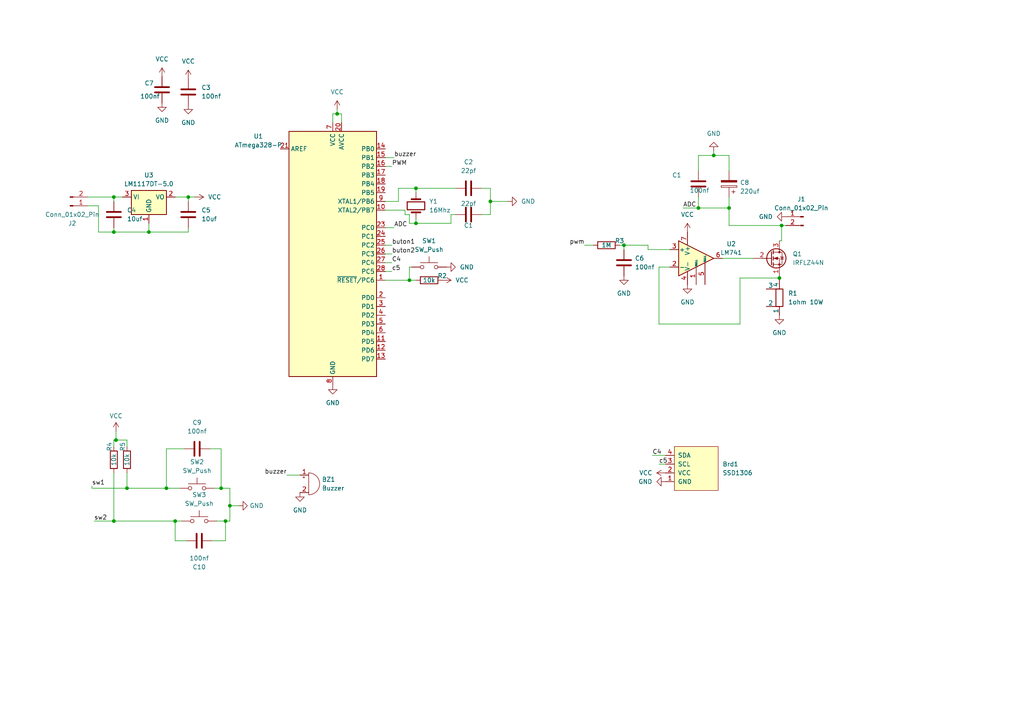
<source format=kicad_sch>
(kicad_sch (version 20230121) (generator eeschema)

  (uuid 1704424e-a7b4-4895-a211-f25a9ded1954)

  (paper "A4")

  (title_block
    (title "Batarya test cihazı")
    (date "2023-12-21")
    (company "İskenderun Technical universty")
    (comment 1 "Mehmet Akif Yücedağ")
    (comment 2 "182521019")
  )

  (lib_symbols
    (symbol "Amplifier_Operational:LM741" (pin_names (offset 0.127)) (in_bom yes) (on_board yes)
      (property "Reference" "U" (at 0 6.35 0)
        (effects (font (size 1.27 1.27)) (justify left))
      )
      (property "Value" "LM741" (at 0 3.81 0)
        (effects (font (size 1.27 1.27)) (justify left))
      )
      (property "Footprint" "" (at 1.27 1.27 0)
        (effects (font (size 1.27 1.27)) hide)
      )
      (property "Datasheet" "http://www.ti.com/lit/ds/symlink/lm741.pdf" (at 3.81 3.81 0)
        (effects (font (size 1.27 1.27)) hide)
      )
      (property "ki_keywords" "single opamp" (at 0 0 0)
        (effects (font (size 1.27 1.27)) hide)
      )
      (property "ki_description" "Operational Amplifier, DIP-8/TO-99-8" (at 0 0 0)
        (effects (font (size 1.27 1.27)) hide)
      )
      (property "ki_fp_filters" "SOIC*3.9x4.9mm*P1.27mm* DIP*W7.62mm* TSSOP*3x3mm*P0.65mm*" (at 0 0 0)
        (effects (font (size 1.27 1.27)) hide)
      )
      (symbol "LM741_0_1"
        (polyline
          (pts
            (xy -5.08 5.08)
            (xy 5.08 0)
            (xy -5.08 -5.08)
            (xy -5.08 5.08)
          )
          (stroke (width 0.254) (type default))
          (fill (type background))
        )
      )
      (symbol "LM741_1_1"
        (pin input line (at 0 -7.62 90) (length 5.08)
          (name "NULL" (effects (font (size 0.508 0.508))))
          (number "1" (effects (font (size 1.27 1.27))))
        )
        (pin input line (at -7.62 -2.54 0) (length 2.54)
          (name "-" (effects (font (size 1.27 1.27))))
          (number "2" (effects (font (size 1.27 1.27))))
        )
        (pin input line (at -7.62 2.54 0) (length 2.54)
          (name "+" (effects (font (size 1.27 1.27))))
          (number "3" (effects (font (size 1.27 1.27))))
        )
        (pin power_in line (at -2.54 -7.62 90) (length 3.81)
          (name "V-" (effects (font (size 1.27 1.27))))
          (number "4" (effects (font (size 1.27 1.27))))
        )
        (pin input line (at 2.54 -7.62 90) (length 6.35)
          (name "NULL" (effects (font (size 0.508 0.508))))
          (number "5" (effects (font (size 1.27 1.27))))
        )
        (pin output line (at 7.62 0 180) (length 2.54)
          (name "~" (effects (font (size 1.27 1.27))))
          (number "6" (effects (font (size 1.27 1.27))))
        )
        (pin power_in line (at -2.54 7.62 270) (length 3.81)
          (name "V+" (effects (font (size 1.27 1.27))))
          (number "7" (effects (font (size 1.27 1.27))))
        )
        (pin no_connect line (at 0 2.54 270) (length 2.54) hide
          (name "NC" (effects (font (size 1.27 1.27))))
          (number "8" (effects (font (size 1.27 1.27))))
        )
      )
    )
    (symbol "Connector:Conn_01x02_Pin" (pin_names (offset 1.016) hide) (in_bom yes) (on_board yes)
      (property "Reference" "J" (at 0 2.54 0)
        (effects (font (size 1.27 1.27)))
      )
      (property "Value" "Conn_01x02_Pin" (at 0 -5.08 0)
        (effects (font (size 1.27 1.27)))
      )
      (property "Footprint" "" (at 0 0 0)
        (effects (font (size 1.27 1.27)) hide)
      )
      (property "Datasheet" "~" (at 0 0 0)
        (effects (font (size 1.27 1.27)) hide)
      )
      (property "ki_locked" "" (at 0 0 0)
        (effects (font (size 1.27 1.27)))
      )
      (property "ki_keywords" "connector" (at 0 0 0)
        (effects (font (size 1.27 1.27)) hide)
      )
      (property "ki_description" "Generic connector, single row, 01x02, script generated" (at 0 0 0)
        (effects (font (size 1.27 1.27)) hide)
      )
      (property "ki_fp_filters" "Connector*:*_1x??_*" (at 0 0 0)
        (effects (font (size 1.27 1.27)) hide)
      )
      (symbol "Conn_01x02_Pin_1_1"
        (polyline
          (pts
            (xy 1.27 -2.54)
            (xy 0.8636 -2.54)
          )
          (stroke (width 0.1524) (type default))
          (fill (type none))
        )
        (polyline
          (pts
            (xy 1.27 0)
            (xy 0.8636 0)
          )
          (stroke (width 0.1524) (type default))
          (fill (type none))
        )
        (rectangle (start 0.8636 -2.413) (end 0 -2.667)
          (stroke (width 0.1524) (type default))
          (fill (type outline))
        )
        (rectangle (start 0.8636 0.127) (end 0 -0.127)
          (stroke (width 0.1524) (type default))
          (fill (type outline))
        )
        (pin passive line (at 5.08 0 180) (length 3.81)
          (name "Pin_1" (effects (font (size 1.27 1.27))))
          (number "1" (effects (font (size 1.27 1.27))))
        )
        (pin passive line (at 5.08 -2.54 180) (length 3.81)
          (name "Pin_2" (effects (font (size 1.27 1.27))))
          (number "2" (effects (font (size 1.27 1.27))))
        )
      )
    )
    (symbol "Device:Buzzer" (pin_names (offset 0.0254) hide) (in_bom yes) (on_board yes)
      (property "Reference" "BZ" (at 3.81 1.27 0)
        (effects (font (size 1.27 1.27)) (justify left))
      )
      (property "Value" "Buzzer" (at 3.81 -1.27 0)
        (effects (font (size 1.27 1.27)) (justify left))
      )
      (property "Footprint" "" (at -0.635 2.54 90)
        (effects (font (size 1.27 1.27)) hide)
      )
      (property "Datasheet" "~" (at -0.635 2.54 90)
        (effects (font (size 1.27 1.27)) hide)
      )
      (property "ki_keywords" "quartz resonator ceramic" (at 0 0 0)
        (effects (font (size 1.27 1.27)) hide)
      )
      (property "ki_description" "Buzzer, polarized" (at 0 0 0)
        (effects (font (size 1.27 1.27)) hide)
      )
      (property "ki_fp_filters" "*Buzzer*" (at 0 0 0)
        (effects (font (size 1.27 1.27)) hide)
      )
      (symbol "Buzzer_0_1"
        (arc (start 0 -3.175) (mid 3.1612 0) (end 0 3.175)
          (stroke (width 0) (type default))
          (fill (type none))
        )
        (polyline
          (pts
            (xy -1.651 1.905)
            (xy -1.143 1.905)
          )
          (stroke (width 0) (type default))
          (fill (type none))
        )
        (polyline
          (pts
            (xy -1.397 2.159)
            (xy -1.397 1.651)
          )
          (stroke (width 0) (type default))
          (fill (type none))
        )
        (polyline
          (pts
            (xy 0 3.175)
            (xy 0 -3.175)
          )
          (stroke (width 0) (type default))
          (fill (type none))
        )
      )
      (symbol "Buzzer_1_1"
        (pin passive line (at -2.54 2.54 0) (length 2.54)
          (name "-" (effects (font (size 1.27 1.27))))
          (number "1" (effects (font (size 1.27 1.27))))
        )
        (pin passive line (at -2.54 -2.54 0) (length 2.54)
          (name "+" (effects (font (size 1.27 1.27))))
          (number "2" (effects (font (size 1.27 1.27))))
        )
      )
    )
    (symbol "Device:C" (pin_numbers hide) (pin_names (offset 0.254)) (in_bom yes) (on_board yes)
      (property "Reference" "C" (at 0.635 2.54 0)
        (effects (font (size 1.27 1.27)) (justify left))
      )
      (property "Value" "C" (at 0.635 -2.54 0)
        (effects (font (size 1.27 1.27)) (justify left))
      )
      (property "Footprint" "" (at 0.9652 -3.81 0)
        (effects (font (size 1.27 1.27)) hide)
      )
      (property "Datasheet" "~" (at 0 0 0)
        (effects (font (size 1.27 1.27)) hide)
      )
      (property "ki_keywords" "cap capacitor" (at 0 0 0)
        (effects (font (size 1.27 1.27)) hide)
      )
      (property "ki_description" "Unpolarized capacitor" (at 0 0 0)
        (effects (font (size 1.27 1.27)) hide)
      )
      (property "ki_fp_filters" "C_*" (at 0 0 0)
        (effects (font (size 1.27 1.27)) hide)
      )
      (symbol "C_0_1"
        (polyline
          (pts
            (xy -2.032 -0.762)
            (xy 2.032 -0.762)
          )
          (stroke (width 0.508) (type default))
          (fill (type none))
        )
        (polyline
          (pts
            (xy -2.032 0.762)
            (xy 2.032 0.762)
          )
          (stroke (width 0.508) (type default))
          (fill (type none))
        )
      )
      (symbol "C_1_1"
        (pin passive line (at 0 3.81 270) (length 2.794)
          (name "~" (effects (font (size 1.27 1.27))))
          (number "1" (effects (font (size 1.27 1.27))))
        )
        (pin passive line (at 0 -3.81 90) (length 2.794)
          (name "~" (effects (font (size 1.27 1.27))))
          (number "2" (effects (font (size 1.27 1.27))))
        )
      )
    )
    (symbol "Device:C_Polarized" (pin_numbers hide) (pin_names (offset 0.254)) (in_bom yes) (on_board yes)
      (property "Reference" "C" (at 0.635 2.54 0)
        (effects (font (size 1.27 1.27)) (justify left))
      )
      (property "Value" "C_Polarized" (at 0.635 -2.54 0)
        (effects (font (size 1.27 1.27)) (justify left))
      )
      (property "Footprint" "" (at 0.9652 -3.81 0)
        (effects (font (size 1.27 1.27)) hide)
      )
      (property "Datasheet" "~" (at 0 0 0)
        (effects (font (size 1.27 1.27)) hide)
      )
      (property "ki_keywords" "cap capacitor" (at 0 0 0)
        (effects (font (size 1.27 1.27)) hide)
      )
      (property "ki_description" "Polarized capacitor" (at 0 0 0)
        (effects (font (size 1.27 1.27)) hide)
      )
      (property "ki_fp_filters" "CP_*" (at 0 0 0)
        (effects (font (size 1.27 1.27)) hide)
      )
      (symbol "C_Polarized_0_1"
        (rectangle (start -2.286 0.508) (end 2.286 1.016)
          (stroke (width 0) (type default))
          (fill (type none))
        )
        (polyline
          (pts
            (xy -1.778 2.286)
            (xy -0.762 2.286)
          )
          (stroke (width 0) (type default))
          (fill (type none))
        )
        (polyline
          (pts
            (xy -1.27 2.794)
            (xy -1.27 1.778)
          )
          (stroke (width 0) (type default))
          (fill (type none))
        )
        (rectangle (start 2.286 -0.508) (end -2.286 -1.016)
          (stroke (width 0) (type default))
          (fill (type outline))
        )
      )
      (symbol "C_Polarized_1_1"
        (pin passive line (at 0 3.81 270) (length 2.794)
          (name "~" (effects (font (size 1.27 1.27))))
          (number "1" (effects (font (size 1.27 1.27))))
        )
        (pin passive line (at 0 -3.81 90) (length 2.794)
          (name "~" (effects (font (size 1.27 1.27))))
          (number "2" (effects (font (size 1.27 1.27))))
        )
      )
    )
    (symbol "Device:Crystal" (pin_numbers hide) (pin_names (offset 1.016) hide) (in_bom yes) (on_board yes)
      (property "Reference" "Y" (at 0 3.81 0)
        (effects (font (size 1.27 1.27)))
      )
      (property "Value" "Crystal" (at 0 -3.81 0)
        (effects (font (size 1.27 1.27)))
      )
      (property "Footprint" "" (at 0 0 0)
        (effects (font (size 1.27 1.27)) hide)
      )
      (property "Datasheet" "~" (at 0 0 0)
        (effects (font (size 1.27 1.27)) hide)
      )
      (property "ki_keywords" "quartz ceramic resonator oscillator" (at 0 0 0)
        (effects (font (size 1.27 1.27)) hide)
      )
      (property "ki_description" "Two pin crystal" (at 0 0 0)
        (effects (font (size 1.27 1.27)) hide)
      )
      (property "ki_fp_filters" "Crystal*" (at 0 0 0)
        (effects (font (size 1.27 1.27)) hide)
      )
      (symbol "Crystal_0_1"
        (rectangle (start -1.143 2.54) (end 1.143 -2.54)
          (stroke (width 0.3048) (type default))
          (fill (type none))
        )
        (polyline
          (pts
            (xy -2.54 0)
            (xy -1.905 0)
          )
          (stroke (width 0) (type default))
          (fill (type none))
        )
        (polyline
          (pts
            (xy -1.905 -1.27)
            (xy -1.905 1.27)
          )
          (stroke (width 0.508) (type default))
          (fill (type none))
        )
        (polyline
          (pts
            (xy 1.905 -1.27)
            (xy 1.905 1.27)
          )
          (stroke (width 0.508) (type default))
          (fill (type none))
        )
        (polyline
          (pts
            (xy 2.54 0)
            (xy 1.905 0)
          )
          (stroke (width 0) (type default))
          (fill (type none))
        )
      )
      (symbol "Crystal_1_1"
        (pin passive line (at -3.81 0 0) (length 1.27)
          (name "1" (effects (font (size 1.27 1.27))))
          (number "1" (effects (font (size 1.27 1.27))))
        )
        (pin passive line (at 3.81 0 180) (length 1.27)
          (name "2" (effects (font (size 1.27 1.27))))
          (number "2" (effects (font (size 1.27 1.27))))
        )
      )
    )
    (symbol "Device:Q_NMOS_SGD" (pin_names (offset 0) hide) (in_bom yes) (on_board yes)
      (property "Reference" "Q" (at 5.08 1.27 0)
        (effects (font (size 1.27 1.27)) (justify left))
      )
      (property "Value" "Q_NMOS_SGD" (at 5.08 -1.27 0)
        (effects (font (size 1.27 1.27)) (justify left))
      )
      (property "Footprint" "" (at 5.08 2.54 0)
        (effects (font (size 1.27 1.27)) hide)
      )
      (property "Datasheet" "~" (at 0 0 0)
        (effects (font (size 1.27 1.27)) hide)
      )
      (property "ki_keywords" "transistor NMOS N-MOS N-MOSFET" (at 0 0 0)
        (effects (font (size 1.27 1.27)) hide)
      )
      (property "ki_description" "N-MOSFET transistor, source/gate/drain" (at 0 0 0)
        (effects (font (size 1.27 1.27)) hide)
      )
      (symbol "Q_NMOS_SGD_0_1"
        (polyline
          (pts
            (xy 0.254 0)
            (xy -2.54 0)
          )
          (stroke (width 0) (type default))
          (fill (type none))
        )
        (polyline
          (pts
            (xy 0.254 1.905)
            (xy 0.254 -1.905)
          )
          (stroke (width 0.254) (type default))
          (fill (type none))
        )
        (polyline
          (pts
            (xy 0.762 -1.27)
            (xy 0.762 -2.286)
          )
          (stroke (width 0.254) (type default))
          (fill (type none))
        )
        (polyline
          (pts
            (xy 0.762 0.508)
            (xy 0.762 -0.508)
          )
          (stroke (width 0.254) (type default))
          (fill (type none))
        )
        (polyline
          (pts
            (xy 0.762 2.286)
            (xy 0.762 1.27)
          )
          (stroke (width 0.254) (type default))
          (fill (type none))
        )
        (polyline
          (pts
            (xy 2.54 2.54)
            (xy 2.54 1.778)
          )
          (stroke (width 0) (type default))
          (fill (type none))
        )
        (polyline
          (pts
            (xy 2.54 -2.54)
            (xy 2.54 0)
            (xy 0.762 0)
          )
          (stroke (width 0) (type default))
          (fill (type none))
        )
        (polyline
          (pts
            (xy 0.762 -1.778)
            (xy 3.302 -1.778)
            (xy 3.302 1.778)
            (xy 0.762 1.778)
          )
          (stroke (width 0) (type default))
          (fill (type none))
        )
        (polyline
          (pts
            (xy 1.016 0)
            (xy 2.032 0.381)
            (xy 2.032 -0.381)
            (xy 1.016 0)
          )
          (stroke (width 0) (type default))
          (fill (type outline))
        )
        (polyline
          (pts
            (xy 2.794 0.508)
            (xy 2.921 0.381)
            (xy 3.683 0.381)
            (xy 3.81 0.254)
          )
          (stroke (width 0) (type default))
          (fill (type none))
        )
        (polyline
          (pts
            (xy 3.302 0.381)
            (xy 2.921 -0.254)
            (xy 3.683 -0.254)
            (xy 3.302 0.381)
          )
          (stroke (width 0) (type default))
          (fill (type none))
        )
        (circle (center 1.651 0) (radius 2.794)
          (stroke (width 0.254) (type default))
          (fill (type none))
        )
        (circle (center 2.54 -1.778) (radius 0.254)
          (stroke (width 0) (type default))
          (fill (type outline))
        )
        (circle (center 2.54 1.778) (radius 0.254)
          (stroke (width 0) (type default))
          (fill (type outline))
        )
      )
      (symbol "Q_NMOS_SGD_1_1"
        (pin passive line (at 2.54 -5.08 90) (length 2.54)
          (name "S" (effects (font (size 1.27 1.27))))
          (number "1" (effects (font (size 1.27 1.27))))
        )
        (pin input line (at -5.08 0 0) (length 5.08)
          (name "G" (effects (font (size 1.27 1.27))))
          (number "2" (effects (font (size 1.27 1.27))))
        )
        (pin passive line (at 2.54 5.08 270) (length 2.54)
          (name "D" (effects (font (size 1.27 1.27))))
          (number "3" (effects (font (size 1.27 1.27))))
        )
      )
    )
    (symbol "Device:R" (pin_numbers hide) (pin_names (offset 0)) (in_bom yes) (on_board yes)
      (property "Reference" "R" (at 2.032 0 90)
        (effects (font (size 1.27 1.27)))
      )
      (property "Value" "R" (at 0 0 90)
        (effects (font (size 1.27 1.27)))
      )
      (property "Footprint" "" (at -1.778 0 90)
        (effects (font (size 1.27 1.27)) hide)
      )
      (property "Datasheet" "~" (at 0 0 0)
        (effects (font (size 1.27 1.27)) hide)
      )
      (property "ki_keywords" "R res resistor" (at 0 0 0)
        (effects (font (size 1.27 1.27)) hide)
      )
      (property "ki_description" "Resistor" (at 0 0 0)
        (effects (font (size 1.27 1.27)) hide)
      )
      (property "ki_fp_filters" "R_*" (at 0 0 0)
        (effects (font (size 1.27 1.27)) hide)
      )
      (symbol "R_0_1"
        (rectangle (start -1.016 -2.54) (end 1.016 2.54)
          (stroke (width 0.254) (type default))
          (fill (type none))
        )
      )
      (symbol "R_1_1"
        (pin passive line (at 0 3.81 270) (length 1.27)
          (name "~" (effects (font (size 1.27 1.27))))
          (number "1" (effects (font (size 1.27 1.27))))
        )
        (pin passive line (at 0 -3.81 90) (length 1.27)
          (name "~" (effects (font (size 1.27 1.27))))
          (number "2" (effects (font (size 1.27 1.27))))
        )
      )
    )
    (symbol "Device:R_Shunt" (pin_numbers hide) (pin_names (offset 0)) (in_bom yes) (on_board yes)
      (property "Reference" "R" (at -4.445 0 90)
        (effects (font (size 1.27 1.27)))
      )
      (property "Value" "R_Shunt" (at -2.54 0 90)
        (effects (font (size 1.27 1.27)))
      )
      (property "Footprint" "" (at -1.778 0 90)
        (effects (font (size 1.27 1.27)) hide)
      )
      (property "Datasheet" "~" (at 0 0 0)
        (effects (font (size 1.27 1.27)) hide)
      )
      (property "ki_keywords" "R res shunt resistor" (at 0 0 0)
        (effects (font (size 1.27 1.27)) hide)
      )
      (property "ki_description" "Shunt resistor" (at 0 0 0)
        (effects (font (size 1.27 1.27)) hide)
      )
      (property "ki_fp_filters" "R_*Shunt*" (at 0 0 0)
        (effects (font (size 1.27 1.27)) hide)
      )
      (symbol "R_Shunt_0_1"
        (rectangle (start -1.016 -2.54) (end 1.016 2.54)
          (stroke (width 0.254) (type default))
          (fill (type none))
        )
        (polyline
          (pts
            (xy 0 -2.54)
            (xy 1.27 -2.54)
          )
          (stroke (width 0) (type default))
          (fill (type none))
        )
        (polyline
          (pts
            (xy 1.27 2.54)
            (xy 0 2.54)
          )
          (stroke (width 0) (type default))
          (fill (type none))
        )
      )
      (symbol "R_Shunt_1_1"
        (pin passive line (at 0 5.08 270) (length 2.54)
          (name "1" (effects (font (size 1.27 1.27))))
          (number "1" (effects (font (size 1.27 1.27))))
        )
        (pin passive line (at 3.81 2.54 180) (length 2.54)
          (name "2" (effects (font (size 1.27 1.27))))
          (number "2" (effects (font (size 1.27 1.27))))
        )
        (pin passive line (at 3.81 -2.54 180) (length 2.54)
          (name "3" (effects (font (size 1.27 1.27))))
          (number "3" (effects (font (size 1.27 1.27))))
        )
        (pin passive line (at 0 -5.08 90) (length 2.54)
          (name "4" (effects (font (size 1.27 1.27))))
          (number "4" (effects (font (size 1.27 1.27))))
        )
      )
    )
    (symbol "MCU_Microchip_ATmega:ATmega328-P" (in_bom yes) (on_board yes)
      (property "Reference" "U" (at -12.7 36.83 0)
        (effects (font (size 1.27 1.27)) (justify left bottom))
      )
      (property "Value" "ATmega328-P" (at 2.54 -36.83 0)
        (effects (font (size 1.27 1.27)) (justify left top))
      )
      (property "Footprint" "Package_DIP:DIP-28_W7.62mm" (at 0 0 0)
        (effects (font (size 1.27 1.27) italic) hide)
      )
      (property "Datasheet" "http://ww1.microchip.com/downloads/en/DeviceDoc/ATmega328_P%20AVR%20MCU%20with%20picoPower%20Technology%20Data%20Sheet%2040001984A.pdf" (at 0 0 0)
        (effects (font (size 1.27 1.27)) hide)
      )
      (property "ki_keywords" "AVR 8bit Microcontroller MegaAVR" (at 0 0 0)
        (effects (font (size 1.27 1.27)) hide)
      )
      (property "ki_description" "20MHz, 32kB Flash, 2kB SRAM, 1kB EEPROM, DIP-28" (at 0 0 0)
        (effects (font (size 1.27 1.27)) hide)
      )
      (property "ki_fp_filters" "DIP*W7.62mm*" (at 0 0 0)
        (effects (font (size 1.27 1.27)) hide)
      )
      (symbol "ATmega328-P_0_1"
        (rectangle (start -12.7 -35.56) (end 12.7 35.56)
          (stroke (width 0.254) (type default))
          (fill (type background))
        )
      )
      (symbol "ATmega328-P_1_1"
        (pin bidirectional line (at 15.24 -7.62 180) (length 2.54)
          (name "~{RESET}/PC6" (effects (font (size 1.27 1.27))))
          (number "1" (effects (font (size 1.27 1.27))))
        )
        (pin bidirectional line (at 15.24 12.7 180) (length 2.54)
          (name "XTAL2/PB7" (effects (font (size 1.27 1.27))))
          (number "10" (effects (font (size 1.27 1.27))))
        )
        (pin bidirectional line (at 15.24 -25.4 180) (length 2.54)
          (name "PD5" (effects (font (size 1.27 1.27))))
          (number "11" (effects (font (size 1.27 1.27))))
        )
        (pin bidirectional line (at 15.24 -27.94 180) (length 2.54)
          (name "PD6" (effects (font (size 1.27 1.27))))
          (number "12" (effects (font (size 1.27 1.27))))
        )
        (pin bidirectional line (at 15.24 -30.48 180) (length 2.54)
          (name "PD7" (effects (font (size 1.27 1.27))))
          (number "13" (effects (font (size 1.27 1.27))))
        )
        (pin bidirectional line (at 15.24 30.48 180) (length 2.54)
          (name "PB0" (effects (font (size 1.27 1.27))))
          (number "14" (effects (font (size 1.27 1.27))))
        )
        (pin bidirectional line (at 15.24 27.94 180) (length 2.54)
          (name "PB1" (effects (font (size 1.27 1.27))))
          (number "15" (effects (font (size 1.27 1.27))))
        )
        (pin bidirectional line (at 15.24 25.4 180) (length 2.54)
          (name "PB2" (effects (font (size 1.27 1.27))))
          (number "16" (effects (font (size 1.27 1.27))))
        )
        (pin bidirectional line (at 15.24 22.86 180) (length 2.54)
          (name "PB3" (effects (font (size 1.27 1.27))))
          (number "17" (effects (font (size 1.27 1.27))))
        )
        (pin bidirectional line (at 15.24 20.32 180) (length 2.54)
          (name "PB4" (effects (font (size 1.27 1.27))))
          (number "18" (effects (font (size 1.27 1.27))))
        )
        (pin bidirectional line (at 15.24 17.78 180) (length 2.54)
          (name "PB5" (effects (font (size 1.27 1.27))))
          (number "19" (effects (font (size 1.27 1.27))))
        )
        (pin bidirectional line (at 15.24 -12.7 180) (length 2.54)
          (name "PD0" (effects (font (size 1.27 1.27))))
          (number "2" (effects (font (size 1.27 1.27))))
        )
        (pin power_in line (at 2.54 38.1 270) (length 2.54)
          (name "AVCC" (effects (font (size 1.27 1.27))))
          (number "20" (effects (font (size 1.27 1.27))))
        )
        (pin passive line (at -15.24 30.48 0) (length 2.54)
          (name "AREF" (effects (font (size 1.27 1.27))))
          (number "21" (effects (font (size 1.27 1.27))))
        )
        (pin passive line (at 0 -38.1 90) (length 2.54) hide
          (name "GND" (effects (font (size 1.27 1.27))))
          (number "22" (effects (font (size 1.27 1.27))))
        )
        (pin bidirectional line (at 15.24 7.62 180) (length 2.54)
          (name "PC0" (effects (font (size 1.27 1.27))))
          (number "23" (effects (font (size 1.27 1.27))))
        )
        (pin bidirectional line (at 15.24 5.08 180) (length 2.54)
          (name "PC1" (effects (font (size 1.27 1.27))))
          (number "24" (effects (font (size 1.27 1.27))))
        )
        (pin bidirectional line (at 15.24 2.54 180) (length 2.54)
          (name "PC2" (effects (font (size 1.27 1.27))))
          (number "25" (effects (font (size 1.27 1.27))))
        )
        (pin bidirectional line (at 15.24 0 180) (length 2.54)
          (name "PC3" (effects (font (size 1.27 1.27))))
          (number "26" (effects (font (size 1.27 1.27))))
        )
        (pin bidirectional line (at 15.24 -2.54 180) (length 2.54)
          (name "PC4" (effects (font (size 1.27 1.27))))
          (number "27" (effects (font (size 1.27 1.27))))
        )
        (pin bidirectional line (at 15.24 -5.08 180) (length 2.54)
          (name "PC5" (effects (font (size 1.27 1.27))))
          (number "28" (effects (font (size 1.27 1.27))))
        )
        (pin bidirectional line (at 15.24 -15.24 180) (length 2.54)
          (name "PD1" (effects (font (size 1.27 1.27))))
          (number "3" (effects (font (size 1.27 1.27))))
        )
        (pin bidirectional line (at 15.24 -17.78 180) (length 2.54)
          (name "PD2" (effects (font (size 1.27 1.27))))
          (number "4" (effects (font (size 1.27 1.27))))
        )
        (pin bidirectional line (at 15.24 -20.32 180) (length 2.54)
          (name "PD3" (effects (font (size 1.27 1.27))))
          (number "5" (effects (font (size 1.27 1.27))))
        )
        (pin bidirectional line (at 15.24 -22.86 180) (length 2.54)
          (name "PD4" (effects (font (size 1.27 1.27))))
          (number "6" (effects (font (size 1.27 1.27))))
        )
        (pin power_in line (at 0 38.1 270) (length 2.54)
          (name "VCC" (effects (font (size 1.27 1.27))))
          (number "7" (effects (font (size 1.27 1.27))))
        )
        (pin power_in line (at 0 -38.1 90) (length 2.54)
          (name "GND" (effects (font (size 1.27 1.27))))
          (number "8" (effects (font (size 1.27 1.27))))
        )
        (pin bidirectional line (at 15.24 15.24 180) (length 2.54)
          (name "XTAL1/PB6" (effects (font (size 1.27 1.27))))
          (number "9" (effects (font (size 1.27 1.27))))
        )
      )
    )
    (symbol "Regulator_Linear:LM1117DT-5.0" (in_bom yes) (on_board yes)
      (property "Reference" "U" (at -3.81 3.175 0)
        (effects (font (size 1.27 1.27)))
      )
      (property "Value" "LM1117DT-5.0" (at 0 3.175 0)
        (effects (font (size 1.27 1.27)) (justify left))
      )
      (property "Footprint" "Package_TO_SOT_SMD:TO-252-3_TabPin2" (at 0 0 0)
        (effects (font (size 1.27 1.27)) hide)
      )
      (property "Datasheet" "http://www.ti.com/lit/ds/symlink/lm1117.pdf" (at 0 0 0)
        (effects (font (size 1.27 1.27)) hide)
      )
      (property "ki_keywords" "linear regulator ldo fixed positive" (at 0 0 0)
        (effects (font (size 1.27 1.27)) hide)
      )
      (property "ki_description" "800mA Low-Dropout Linear Regulator, 5.0V fixed output, TO-252" (at 0 0 0)
        (effects (font (size 1.27 1.27)) hide)
      )
      (property "ki_fp_filters" "TO?252*" (at 0 0 0)
        (effects (font (size 1.27 1.27)) hide)
      )
      (symbol "LM1117DT-5.0_0_1"
        (rectangle (start -5.08 -5.08) (end 5.08 1.905)
          (stroke (width 0.254) (type default))
          (fill (type background))
        )
      )
      (symbol "LM1117DT-5.0_1_1"
        (pin power_in line (at 0 -7.62 90) (length 2.54)
          (name "GND" (effects (font (size 1.27 1.27))))
          (number "1" (effects (font (size 1.27 1.27))))
        )
        (pin power_out line (at 7.62 0 180) (length 2.54)
          (name "VO" (effects (font (size 1.27 1.27))))
          (number "2" (effects (font (size 1.27 1.27))))
        )
        (pin power_in line (at -7.62 0 0) (length 2.54)
          (name "VI" (effects (font (size 1.27 1.27))))
          (number "3" (effects (font (size 1.27 1.27))))
        )
      )
    )
    (symbol "SSD1306-128x64_OLED:SSD1306" (pin_names (offset 1.016)) (in_bom yes) (on_board yes)
      (property "Reference" "Brd" (at 0 -3.81 0)
        (effects (font (size 1.27 1.27)))
      )
      (property "Value" "SSD1306" (at 0 -1.27 0)
        (effects (font (size 1.27 1.27)))
      )
      (property "Footprint" "" (at 0 6.35 0)
        (effects (font (size 1.27 1.27)) hide)
      )
      (property "Datasheet" "" (at 0 6.35 0)
        (effects (font (size 1.27 1.27)) hide)
      )
      (property "ki_keywords" "SSD1306" (at 0 0 0)
        (effects (font (size 1.27 1.27)) hide)
      )
      (property "ki_description" "SSD1306 OLED" (at 0 0 0)
        (effects (font (size 1.27 1.27)) hide)
      )
      (property "ki_fp_filters" "SSD1306-128x64_OLED:SSD1306" (at 0 0 0)
        (effects (font (size 1.27 1.27)) hide)
      )
      (symbol "SSD1306_0_1"
        (rectangle (start -6.35 6.35) (end 6.35 -6.35)
          (stroke (width 0) (type solid))
          (fill (type background))
        )
      )
      (symbol "SSD1306_1_1"
        (pin input line (at -3.81 8.89 270) (length 2.54)
          (name "GND" (effects (font (size 1.27 1.27))))
          (number "1" (effects (font (size 1.27 1.27))))
        )
        (pin input line (at -1.27 8.89 270) (length 2.54)
          (name "VCC" (effects (font (size 1.27 1.27))))
          (number "2" (effects (font (size 1.27 1.27))))
        )
        (pin input line (at 1.27 8.89 270) (length 2.54)
          (name "SCL" (effects (font (size 1.27 1.27))))
          (number "3" (effects (font (size 1.27 1.27))))
        )
        (pin input line (at 3.81 8.89 270) (length 2.54)
          (name "SDA" (effects (font (size 1.27 1.27))))
          (number "4" (effects (font (size 1.27 1.27))))
        )
      )
    )
    (symbol "Switch:SW_Push" (pin_numbers hide) (pin_names (offset 1.016) hide) (in_bom yes) (on_board yes)
      (property "Reference" "SW" (at 1.27 2.54 0)
        (effects (font (size 1.27 1.27)) (justify left))
      )
      (property "Value" "SW_Push" (at 0 -1.524 0)
        (effects (font (size 1.27 1.27)))
      )
      (property "Footprint" "" (at 0 5.08 0)
        (effects (font (size 1.27 1.27)) hide)
      )
      (property "Datasheet" "~" (at 0 5.08 0)
        (effects (font (size 1.27 1.27)) hide)
      )
      (property "ki_keywords" "switch normally-open pushbutton push-button" (at 0 0 0)
        (effects (font (size 1.27 1.27)) hide)
      )
      (property "ki_description" "Push button switch, generic, two pins" (at 0 0 0)
        (effects (font (size 1.27 1.27)) hide)
      )
      (symbol "SW_Push_0_1"
        (circle (center -2.032 0) (radius 0.508)
          (stroke (width 0) (type default))
          (fill (type none))
        )
        (polyline
          (pts
            (xy 0 1.27)
            (xy 0 3.048)
          )
          (stroke (width 0) (type default))
          (fill (type none))
        )
        (polyline
          (pts
            (xy 2.54 1.27)
            (xy -2.54 1.27)
          )
          (stroke (width 0) (type default))
          (fill (type none))
        )
        (circle (center 2.032 0) (radius 0.508)
          (stroke (width 0) (type default))
          (fill (type none))
        )
        (pin passive line (at -5.08 0 0) (length 2.54)
          (name "1" (effects (font (size 1.27 1.27))))
          (number "1" (effects (font (size 1.27 1.27))))
        )
        (pin passive line (at 5.08 0 180) (length 2.54)
          (name "2" (effects (font (size 1.27 1.27))))
          (number "2" (effects (font (size 1.27 1.27))))
        )
      )
    )
    (symbol "power:GND" (power) (pin_names (offset 0)) (in_bom yes) (on_board yes)
      (property "Reference" "#PWR" (at 0 -6.35 0)
        (effects (font (size 1.27 1.27)) hide)
      )
      (property "Value" "GND" (at 0 -3.81 0)
        (effects (font (size 1.27 1.27)))
      )
      (property "Footprint" "" (at 0 0 0)
        (effects (font (size 1.27 1.27)) hide)
      )
      (property "Datasheet" "" (at 0 0 0)
        (effects (font (size 1.27 1.27)) hide)
      )
      (property "ki_keywords" "global power" (at 0 0 0)
        (effects (font (size 1.27 1.27)) hide)
      )
      (property "ki_description" "Power symbol creates a global label with name \"GND\" , ground" (at 0 0 0)
        (effects (font (size 1.27 1.27)) hide)
      )
      (symbol "GND_0_1"
        (polyline
          (pts
            (xy 0 0)
            (xy 0 -1.27)
            (xy 1.27 -1.27)
            (xy 0 -2.54)
            (xy -1.27 -1.27)
            (xy 0 -1.27)
          )
          (stroke (width 0) (type default))
          (fill (type none))
        )
      )
      (symbol "GND_1_1"
        (pin power_in line (at 0 0 270) (length 0) hide
          (name "GND" (effects (font (size 1.27 1.27))))
          (number "1" (effects (font (size 1.27 1.27))))
        )
      )
    )
    (symbol "power:VCC" (power) (pin_names (offset 0)) (in_bom yes) (on_board yes)
      (property "Reference" "#PWR" (at 0 -3.81 0)
        (effects (font (size 1.27 1.27)) hide)
      )
      (property "Value" "VCC" (at 0 3.81 0)
        (effects (font (size 1.27 1.27)))
      )
      (property "Footprint" "" (at 0 0 0)
        (effects (font (size 1.27 1.27)) hide)
      )
      (property "Datasheet" "" (at 0 0 0)
        (effects (font (size 1.27 1.27)) hide)
      )
      (property "ki_keywords" "global power" (at 0 0 0)
        (effects (font (size 1.27 1.27)) hide)
      )
      (property "ki_description" "Power symbol creates a global label with name \"VCC\"" (at 0 0 0)
        (effects (font (size 1.27 1.27)) hide)
      )
      (symbol "VCC_0_1"
        (polyline
          (pts
            (xy -0.762 1.27)
            (xy 0 2.54)
          )
          (stroke (width 0) (type default))
          (fill (type none))
        )
        (polyline
          (pts
            (xy 0 0)
            (xy 0 2.54)
          )
          (stroke (width 0) (type default))
          (fill (type none))
        )
        (polyline
          (pts
            (xy 0 2.54)
            (xy 0.762 1.27)
          )
          (stroke (width 0) (type default))
          (fill (type none))
        )
      )
      (symbol "VCC_1_1"
        (pin power_in line (at 0 0 90) (length 0) hide
          (name "VCC" (effects (font (size 1.27 1.27))))
          (number "1" (effects (font (size 1.27 1.27))))
        )
      )
    )
  )

  (junction (at 226.695 65.405) (diameter 0) (color 0 0 0 0)
    (uuid 04f03b9d-ffdf-4a63-9bba-ff6ee3b1999c)
  )
  (junction (at 142.24 58.42) (diameter 0) (color 0 0 0 0)
    (uuid 0669dccb-e6b9-43ff-a356-450373a63959)
  )
  (junction (at 33.02 57.15) (diameter 0) (color 0 0 0 0)
    (uuid 13ff2a2c-05de-4757-a5dc-269cdba37492)
  )
  (junction (at 118.745 81.28) (diameter 0) (color 0 0 0 0)
    (uuid 2129e003-cc98-43e8-bfda-3edad8ac1bd0)
  )
  (junction (at 65.405 151.13) (diameter 0) (color 0 0 0 0)
    (uuid 21da518a-ff1f-4c35-af77-cda95dc4ee34)
  )
  (junction (at 64.135 141.605) (diameter 0) (color 0 0 0 0)
    (uuid 24ed1e60-0e38-48e2-a66b-f84bc4b7b5c7)
  )
  (junction (at 226.06 80.645) (diameter 0) (color 0 0 0 0)
    (uuid 276d0744-dfad-4e98-8407-675f2cbb6040)
  )
  (junction (at 211.455 60.325) (diameter 0) (color 0 0 0 0)
    (uuid 332758f9-8e4a-4695-8afc-052022726b86)
  )
  (junction (at 33.02 151.13) (diameter 0) (color 0 0 0 0)
    (uuid 4895c0ab-3b9d-47e1-83e9-b929a48bb803)
  )
  (junction (at 54.61 57.15) (diameter 0) (color 0 0 0 0)
    (uuid 51831b19-d380-4a33-885d-1f29270edf90)
  )
  (junction (at 66.675 146.685) (diameter 0) (color 0 0 0 0)
    (uuid 56ebd0f0-d4f7-4c35-8028-c0343d59eeaa)
  )
  (junction (at 48.26 141.605) (diameter 0) (color 0 0 0 0)
    (uuid 5760c646-17b4-4365-b974-3591ba806d8e)
  )
  (junction (at 97.79 33.02) (diameter 0) (color 0 0 0 0)
    (uuid 5bf4fdc5-5c5d-4b35-b94a-01d293190456)
  )
  (junction (at 202.565 60.325) (diameter 0) (color 0 0 0 0)
    (uuid 6bef9598-649a-4038-8cca-d9bbddfc3ada)
  )
  (junction (at 43.18 67.31) (diameter 0) (color 0 0 0 0)
    (uuid 6c179d44-a969-4d16-b53d-379d4892e9b5)
  )
  (junction (at 120.65 54.61) (diameter 0) (color 0 0 0 0)
    (uuid 6e25f3d1-628a-4bdc-a5f6-841803eb62ff)
  )
  (junction (at 36.83 141.605) (diameter 0) (color 0 0 0 0)
    (uuid 7f4366ce-84e4-404e-aa0c-7bfd6f24b05e)
  )
  (junction (at 33.655 127.635) (diameter 0) (color 0 0 0 0)
    (uuid b6e06afb-2ccf-4705-b5b8-168b1db2a542)
  )
  (junction (at 207.01 45.085) (diameter 0) (color 0 0 0 0)
    (uuid d3b58d17-ad3a-4721-ac49-780b1d7c2b0c)
  )
  (junction (at 50.8 151.13) (diameter 0) (color 0 0 0 0)
    (uuid e980c088-08d1-41ca-bb8e-438b78a1569b)
  )
  (junction (at 120.65 64.77) (diameter 0) (color 0 0 0 0)
    (uuid f95d31e3-7e6d-48af-bb64-3f3b27298001)
  )
  (junction (at 33.02 67.31) (diameter 0) (color 0 0 0 0)
    (uuid f9c36f7f-b77a-47e4-9c45-1efd64a78293)
  )
  (junction (at 180.975 71.12) (diameter 0) (color 0 0 0 0)
    (uuid fdd2fa9b-7f4e-4941-bda2-ba7ffb7d17e2)
  )

  (wire (pts (xy 187.96 71.12) (xy 180.975 71.12))
    (stroke (width 0) (type default))
    (uuid 01c6c21b-c343-474f-a76f-a52367c9ef04)
  )
  (wire (pts (xy 130.81 64.77) (xy 120.65 64.77))
    (stroke (width 0) (type default))
    (uuid 058b3275-4727-44b0-9989-45cb02dcf88b)
  )
  (wire (pts (xy 33.655 127.635) (xy 36.83 127.635))
    (stroke (width 0) (type default))
    (uuid 0784547f-c3bd-49f4-8bd0-1c06a9f071bf)
  )
  (wire (pts (xy 111.76 58.42) (xy 115.57 58.42))
    (stroke (width 0) (type default))
    (uuid 09bd8997-e661-4372-a9ee-c50627123504)
  )
  (wire (pts (xy 226.06 69.85) (xy 226.695 69.85))
    (stroke (width 0) (type default))
    (uuid 0b4e5fb3-c7cc-4781-95ee-778f6444bd7e)
  )
  (wire (pts (xy 214.63 80.645) (xy 226.06 80.645))
    (stroke (width 0) (type default))
    (uuid 0c1f1fcc-1e86-4a1b-881f-f8730545a21a)
  )
  (wire (pts (xy 180.975 71.12) (xy 180.975 72.39))
    (stroke (width 0) (type default))
    (uuid 0c9e6be3-8c35-487e-a0af-bea61b41b38c)
  )
  (wire (pts (xy 111.76 78.74) (xy 113.665 78.74))
    (stroke (width 0) (type default))
    (uuid 1292706c-f7bb-4ef7-801f-80548e76e832)
  )
  (wire (pts (xy 25.4 59.69) (xy 28.575 59.69))
    (stroke (width 0) (type default))
    (uuid 19097889-4851-4285-937d-bdb60e0f3c7e)
  )
  (wire (pts (xy 50.8 151.13) (xy 52.705 151.13))
    (stroke (width 0) (type default))
    (uuid 1abf14d4-0693-4081-b14e-8643285acfc6)
  )
  (wire (pts (xy 99.06 33.02) (xy 97.79 33.02))
    (stroke (width 0) (type default))
    (uuid 1cafe1b8-780d-4e5f-a423-fce8bcc70db5)
  )
  (wire (pts (xy 33.02 67.31) (xy 43.18 67.31))
    (stroke (width 0) (type default))
    (uuid 1d84b845-8be6-4be3-ac54-5c184ed4ab76)
  )
  (wire (pts (xy 111.76 66.04) (xy 114.3 66.04))
    (stroke (width 0) (type default))
    (uuid 1d8caa16-1b9a-471d-a31a-b9aaa015784b)
  )
  (wire (pts (xy 111.76 73.66) (xy 113.665 73.66))
    (stroke (width 0) (type default))
    (uuid 2037e85b-caf3-46c1-8d7d-00d1c0c10bb7)
  )
  (wire (pts (xy 43.18 64.77) (xy 43.18 67.31))
    (stroke (width 0) (type default))
    (uuid 2684a34a-f9c6-47ac-a1ee-90875e61a47c)
  )
  (wire (pts (xy 142.24 58.42) (xy 147.32 58.42))
    (stroke (width 0) (type default))
    (uuid 27468ba4-7b3e-4355-aaed-c15e666dd049)
  )
  (wire (pts (xy 194.31 77.47) (xy 191.135 77.47))
    (stroke (width 0) (type default))
    (uuid 275fb1a4-05b6-45b1-a438-1ac7a13dd4a9)
  )
  (wire (pts (xy 36.83 127.635) (xy 36.83 129.54))
    (stroke (width 0) (type default))
    (uuid 2940d28a-b27d-4dbc-b64a-983e4065ac73)
  )
  (wire (pts (xy 117.475 62.23) (xy 118.745 62.23))
    (stroke (width 0) (type default))
    (uuid 2a555b4a-708c-4bc4-9814-9c0172866c2b)
  )
  (wire (pts (xy 120.65 64.77) (xy 118.745 64.77))
    (stroke (width 0) (type default))
    (uuid 2fecc590-3377-4c48-88cc-056e140df753)
  )
  (wire (pts (xy 61.595 156.845) (xy 65.405 156.845))
    (stroke (width 0) (type default))
    (uuid 35d4423e-9868-4831-b112-7672130be91c)
  )
  (wire (pts (xy 226.06 80.645) (xy 226.06 81.28))
    (stroke (width 0) (type default))
    (uuid 3e338e85-8418-4c22-b452-0947516931e6)
  )
  (wire (pts (xy 27.305 151.13) (xy 33.02 151.13))
    (stroke (width 0) (type default))
    (uuid 40c7a90d-3ec8-45a0-9fae-51168f38c281)
  )
  (wire (pts (xy 226.695 69.85) (xy 226.695 65.405))
    (stroke (width 0) (type default))
    (uuid 4113a72b-8fda-4152-9627-ea0cb862b3ac)
  )
  (wire (pts (xy 191.135 134.62) (xy 193.04 134.62))
    (stroke (width 0) (type default))
    (uuid 415fdb64-abe0-40b5-a98c-83ca8704228c)
  )
  (wire (pts (xy 33.655 125.095) (xy 33.655 127.635))
    (stroke (width 0) (type default))
    (uuid 45d32525-7d17-43cb-82d2-76dca14a0039)
  )
  (wire (pts (xy 53.34 130.175) (xy 48.26 130.175))
    (stroke (width 0) (type default))
    (uuid 4917ea77-83b3-470d-ae48-cb052168d690)
  )
  (wire (pts (xy 115.57 58.42) (xy 115.57 54.61))
    (stroke (width 0) (type default))
    (uuid 4b009906-07aa-4847-98cd-d2221671239e)
  )
  (wire (pts (xy 179.705 71.12) (xy 180.975 71.12))
    (stroke (width 0) (type default))
    (uuid 4db86b84-5a7c-4b73-9973-6667f3ce73c5)
  )
  (wire (pts (xy 202.565 57.15) (xy 202.565 60.325))
    (stroke (width 0) (type default))
    (uuid 507d0937-f546-486a-82b0-058383e1874f)
  )
  (wire (pts (xy 198.12 60.325) (xy 202.565 60.325))
    (stroke (width 0) (type default))
    (uuid 512c143f-af78-4949-80f9-6f77845770f7)
  )
  (wire (pts (xy 211.455 45.085) (xy 211.455 49.53))
    (stroke (width 0) (type default))
    (uuid 523557f7-9019-4d36-a893-c9a628468659)
  )
  (wire (pts (xy 130.81 62.23) (xy 130.81 64.77))
    (stroke (width 0) (type default))
    (uuid 52dceb1a-998c-4ee2-bd1b-9110789cedea)
  )
  (wire (pts (xy 211.455 57.15) (xy 211.455 60.325))
    (stroke (width 0) (type default))
    (uuid 562f072a-b5d6-49d1-8ddc-18daaa1cb18b)
  )
  (wire (pts (xy 111.76 60.96) (xy 117.475 60.96))
    (stroke (width 0) (type default))
    (uuid 575740bb-7480-4636-8490-4eef281209d9)
  )
  (wire (pts (xy 111.76 81.28) (xy 118.745 81.28))
    (stroke (width 0) (type default))
    (uuid 5779e14c-9150-47e4-83f3-944ca5ee525e)
  )
  (wire (pts (xy 207.01 45.085) (xy 211.455 45.085))
    (stroke (width 0) (type default))
    (uuid 5796c33d-2ed4-436e-a5c9-6357097ce72e)
  )
  (wire (pts (xy 214.63 93.98) (xy 214.63 80.645))
    (stroke (width 0) (type default))
    (uuid 5a7c83ca-e806-43f5-a4f3-6a6ddd4b7443)
  )
  (wire (pts (xy 52.07 141.605) (xy 48.26 141.605))
    (stroke (width 0) (type default))
    (uuid 5ab4e58a-ebd4-4b7b-86a4-d927589cd578)
  )
  (wire (pts (xy 226.695 65.405) (xy 227.965 65.405))
    (stroke (width 0) (type default))
    (uuid 5e02b5a0-a806-4d08-a9a3-e1757adece20)
  )
  (wire (pts (xy 120.65 63.5) (xy 120.65 64.77))
    (stroke (width 0) (type default))
    (uuid 64f99918-ce81-412f-9906-4ed61a2044bc)
  )
  (wire (pts (xy 99.06 35.56) (xy 99.06 33.02))
    (stroke (width 0) (type default))
    (uuid 691068d8-6492-43bf-bdd8-20be33eea6c9)
  )
  (wire (pts (xy 62.865 151.13) (xy 65.405 151.13))
    (stroke (width 0) (type default))
    (uuid 692dc121-633a-46ed-a997-637611b7dd31)
  )
  (wire (pts (xy 54.61 57.15) (xy 56.515 57.15))
    (stroke (width 0) (type default))
    (uuid 6c22cb4c-4ad8-4187-be88-8b58272a13da)
  )
  (wire (pts (xy 132.08 62.23) (xy 130.81 62.23))
    (stroke (width 0) (type default))
    (uuid 6d5aa5e3-f171-492c-b750-ecd4ad93abc7)
  )
  (wire (pts (xy 226.06 80.01) (xy 226.06 80.645))
    (stroke (width 0) (type default))
    (uuid 6eee633e-a195-4df2-aa43-26ea9b03ee14)
  )
  (wire (pts (xy 66.675 146.685) (xy 69.215 146.685))
    (stroke (width 0) (type default))
    (uuid 735bbeae-3371-4b23-9985-e9878bda8baf)
  )
  (wire (pts (xy 64.135 141.605) (xy 66.675 141.605))
    (stroke (width 0) (type default))
    (uuid 75461380-9a70-429e-be0d-cbcd0dd2f591)
  )
  (wire (pts (xy 28.575 67.31) (xy 33.02 67.31))
    (stroke (width 0) (type default))
    (uuid 76817df2-8ea4-40e1-8329-45884ea5e3dc)
  )
  (wire (pts (xy 66.675 146.685) (xy 66.675 151.13))
    (stroke (width 0) (type default))
    (uuid 76d82a81-7ef0-4290-84f3-76120cd4d401)
  )
  (wire (pts (xy 194.31 72.39) (xy 187.96 72.39))
    (stroke (width 0) (type default))
    (uuid 7915742b-69b7-45ed-95b6-4d7246c01cea)
  )
  (wire (pts (xy 53.975 156.845) (xy 50.8 156.845))
    (stroke (width 0) (type default))
    (uuid 7b17298b-a5d2-46b7-b20e-c36bd1f1b825)
  )
  (wire (pts (xy 33.02 127.635) (xy 33.655 127.635))
    (stroke (width 0) (type default))
    (uuid 7b31403d-7190-439c-858c-ea1d36389f2a)
  )
  (wire (pts (xy 36.83 141.605) (xy 36.83 137.16))
    (stroke (width 0) (type default))
    (uuid 7d1e6b3e-a704-4d07-a32e-c4400b88e234)
  )
  (wire (pts (xy 202.565 49.53) (xy 202.565 45.085))
    (stroke (width 0) (type default))
    (uuid 7f30be15-2fe1-45e2-a0fd-c66665d4657a)
  )
  (wire (pts (xy 50.8 57.15) (xy 54.61 57.15))
    (stroke (width 0) (type default))
    (uuid 7f623139-6721-416d-8b42-e1f632697f4e)
  )
  (wire (pts (xy 48.26 130.175) (xy 48.26 141.605))
    (stroke (width 0) (type default))
    (uuid 7fa33095-5a3b-4337-a616-0d75ab42c834)
  )
  (wire (pts (xy 33.02 137.16) (xy 33.02 151.13))
    (stroke (width 0) (type default))
    (uuid 83645367-251c-41d5-a1aa-0d174457103f)
  )
  (wire (pts (xy 54.61 67.31) (xy 54.61 66.04))
    (stroke (width 0) (type default))
    (uuid 864ec709-1366-419c-89a4-64c40da97cbe)
  )
  (wire (pts (xy 202.565 45.085) (xy 207.01 45.085))
    (stroke (width 0) (type default))
    (uuid 8688fb50-01e1-4b68-b1df-7f7061071f83)
  )
  (wire (pts (xy 120.65 54.61) (xy 132.08 54.61))
    (stroke (width 0) (type default))
    (uuid 87012b5d-c5a4-41da-863a-98e2ad4b0333)
  )
  (wire (pts (xy 43.18 67.31) (xy 54.61 67.31))
    (stroke (width 0) (type default))
    (uuid 8c0c2a2e-f331-4fdc-ba53-5e246af4d811)
  )
  (wire (pts (xy 115.57 54.61) (xy 120.65 54.61))
    (stroke (width 0) (type default))
    (uuid 8c24ca0e-b5da-473b-9091-d5521120ac41)
  )
  (wire (pts (xy 33.02 57.15) (xy 35.56 57.15))
    (stroke (width 0) (type default))
    (uuid 8c7316fd-099a-4710-b0e9-53aab9f45132)
  )
  (wire (pts (xy 189.23 132.08) (xy 193.04 132.08))
    (stroke (width 0) (type default))
    (uuid 9444ff48-41bc-4ea5-8640-b71073a8aea3)
  )
  (wire (pts (xy 48.26 141.605) (xy 36.83 141.605))
    (stroke (width 0) (type default))
    (uuid 996ac434-ed8f-45a9-93c6-e29afa0ac5c8)
  )
  (wire (pts (xy 211.455 60.325) (xy 211.455 65.405))
    (stroke (width 0) (type default))
    (uuid 9990a30d-3d08-44f9-a1cd-ab07f83090a5)
  )
  (wire (pts (xy 119.38 77.47) (xy 118.745 77.47))
    (stroke (width 0) (type default))
    (uuid 9abd44a3-1798-45cf-a962-f9f73273b59c)
  )
  (wire (pts (xy 142.24 58.42) (xy 142.24 62.23))
    (stroke (width 0) (type default))
    (uuid 9bda2642-ed35-41f6-a47d-c45f5ed9d73a)
  )
  (wire (pts (xy 60.96 130.175) (xy 64.135 130.175))
    (stroke (width 0) (type default))
    (uuid 9c77482e-d480-4c1b-ba88-c13aea0be930)
  )
  (wire (pts (xy 36.83 141.605) (xy 26.67 141.605))
    (stroke (width 0) (type default))
    (uuid 9e12a8d6-bbee-4cac-86e8-921152f77363)
  )
  (wire (pts (xy 139.7 54.61) (xy 142.24 54.61))
    (stroke (width 0) (type default))
    (uuid a0ff365e-c21e-4009-b2bc-997a2378e8fe)
  )
  (wire (pts (xy 111.76 48.26) (xy 113.665 48.26))
    (stroke (width 0) (type default))
    (uuid a1e31f96-d05f-4100-9409-6bc113089f99)
  )
  (wire (pts (xy 118.745 77.47) (xy 118.745 81.28))
    (stroke (width 0) (type default))
    (uuid a662aeb3-89cd-4f33-9df9-880b02446272)
  )
  (wire (pts (xy 25.4 57.15) (xy 33.02 57.15))
    (stroke (width 0) (type default))
    (uuid aa3bb3bb-b14f-4820-847e-1c757e964fb8)
  )
  (wire (pts (xy 83.185 137.795) (xy 86.995 137.795))
    (stroke (width 0) (type default))
    (uuid ab639892-8714-4863-a715-9654ac499f46)
  )
  (wire (pts (xy 33.02 66.04) (xy 33.02 67.31))
    (stroke (width 0) (type default))
    (uuid acd5c083-cf4a-4c8a-bddc-1b8b2de90b92)
  )
  (wire (pts (xy 142.24 54.61) (xy 142.24 58.42))
    (stroke (width 0) (type default))
    (uuid ad09a60e-7b2c-4b55-9024-c800e55a000a)
  )
  (wire (pts (xy 33.02 57.15) (xy 33.02 58.42))
    (stroke (width 0) (type default))
    (uuid afcf9693-9203-49a6-b0ab-36904f4a7909)
  )
  (wire (pts (xy 65.405 151.13) (xy 66.675 151.13))
    (stroke (width 0) (type default))
    (uuid b192a129-06b0-43e7-8521-b0d933f86a0c)
  )
  (wire (pts (xy 118.745 81.28) (xy 120.65 81.28))
    (stroke (width 0) (type default))
    (uuid bbe8e2ed-8ddc-441f-86b6-d3ac650a124a)
  )
  (wire (pts (xy 191.135 93.98) (xy 214.63 93.98))
    (stroke (width 0) (type default))
    (uuid bc52642a-4a9e-4576-a70e-16f873d3c50e)
  )
  (wire (pts (xy 65.405 156.845) (xy 65.405 151.13))
    (stroke (width 0) (type default))
    (uuid bc8921ae-4e72-4202-91f6-dd23218a4fdf)
  )
  (wire (pts (xy 97.79 33.02) (xy 96.52 33.02))
    (stroke (width 0) (type default))
    (uuid bd2d6ad4-9f44-4867-b2fd-ace31e640f18)
  )
  (wire (pts (xy 111.76 45.72) (xy 114.3 45.72))
    (stroke (width 0) (type default))
    (uuid c1bbfdb3-9e6e-4f2d-9615-993bff849cd1)
  )
  (wire (pts (xy 209.55 74.93) (xy 218.44 74.93))
    (stroke (width 0) (type default))
    (uuid c26bc8ef-b917-4878-b52d-9dfefb5eaef5)
  )
  (wire (pts (xy 28.575 59.69) (xy 28.575 67.31))
    (stroke (width 0) (type default))
    (uuid c2d42803-79a8-4310-a08c-2adf99ec6da2)
  )
  (wire (pts (xy 33.02 151.13) (xy 50.8 151.13))
    (stroke (width 0) (type default))
    (uuid c43d2889-bae9-4510-ac6e-09c6a041776a)
  )
  (wire (pts (xy 111.76 71.12) (xy 113.665 71.12))
    (stroke (width 0) (type default))
    (uuid c4d43e96-87f9-421d-b038-cac8e9bc54dc)
  )
  (wire (pts (xy 211.455 65.405) (xy 226.695 65.405))
    (stroke (width 0) (type default))
    (uuid c6a41429-77d0-4fc4-bc93-7ecc75b7e6b1)
  )
  (wire (pts (xy 54.61 57.15) (xy 54.61 58.42))
    (stroke (width 0) (type default))
    (uuid c97f970d-a692-4fa9-9e1f-a9687d86586c)
  )
  (wire (pts (xy 191.135 77.47) (xy 191.135 93.98))
    (stroke (width 0) (type default))
    (uuid ca53cfe5-98a0-4092-81a3-8608a773784a)
  )
  (wire (pts (xy 33.02 129.54) (xy 33.02 127.635))
    (stroke (width 0) (type default))
    (uuid cd0803b3-75c7-4c84-87a9-3ed31b43c171)
  )
  (wire (pts (xy 207.01 43.815) (xy 207.01 45.085))
    (stroke (width 0) (type default))
    (uuid d07ff865-eafe-4932-abb4-1e1ed52e35d6)
  )
  (wire (pts (xy 96.52 33.02) (xy 96.52 35.56))
    (stroke (width 0) (type default))
    (uuid d1642564-f5e0-475c-8496-b71354ba297e)
  )
  (wire (pts (xy 139.7 62.23) (xy 142.24 62.23))
    (stroke (width 0) (type default))
    (uuid dc2b8d1f-f63f-4469-8206-a5c48a44ab75)
  )
  (wire (pts (xy 64.135 130.175) (xy 64.135 141.605))
    (stroke (width 0) (type default))
    (uuid dc97252a-ec60-477c-b32d-9463f1e2a2b7)
  )
  (wire (pts (xy 111.76 76.2) (xy 113.665 76.2))
    (stroke (width 0) (type default))
    (uuid e0699010-b1da-4290-af4d-17992edccf4c)
  )
  (wire (pts (xy 26.67 140.97) (xy 26.67 141.605))
    (stroke (width 0) (type default))
    (uuid e08bae1f-5d48-4697-a4f8-3f1e4e081207)
  )
  (wire (pts (xy 62.23 141.605) (xy 64.135 141.605))
    (stroke (width 0) (type default))
    (uuid e224ea49-d177-40f2-b12a-f27eeba989c7)
  )
  (wire (pts (xy 97.79 31.75) (xy 97.79 33.02))
    (stroke (width 0) (type default))
    (uuid e6f5ba01-f8fd-44e8-b205-e5e6254158d5)
  )
  (wire (pts (xy 118.745 62.23) (xy 118.745 64.77))
    (stroke (width 0) (type default))
    (uuid e799f524-bb8a-44e0-8a3c-f67006180eb0)
  )
  (wire (pts (xy 169.545 71.12) (xy 172.085 71.12))
    (stroke (width 0) (type default))
    (uuid f0154e62-dce4-4935-9517-2bbdb5080659)
  )
  (wire (pts (xy 66.675 141.605) (xy 66.675 146.685))
    (stroke (width 0) (type default))
    (uuid f1617f41-f03d-48a2-b2d0-e4dabe130e5d)
  )
  (wire (pts (xy 187.96 72.39) (xy 187.96 71.12))
    (stroke (width 0) (type default))
    (uuid f77258c9-00e4-4e77-8e90-a2b2719aa352)
  )
  (wire (pts (xy 50.8 156.845) (xy 50.8 151.13))
    (stroke (width 0) (type default))
    (uuid f9dfffad-ce8f-4e85-bfdb-12ac8eb3d268)
  )
  (wire (pts (xy 120.65 54.61) (xy 120.65 55.88))
    (stroke (width 0) (type default))
    (uuid fd843838-330c-4221-94a9-f3046e90ff97)
  )
  (wire (pts (xy 202.565 60.325) (xy 211.455 60.325))
    (stroke (width 0) (type default))
    (uuid fdb3c2aa-6673-4f5e-92bc-7e5ab9133e3e)
  )
  (wire (pts (xy 117.475 60.96) (xy 117.475 62.23))
    (stroke (width 0) (type default))
    (uuid fdf3b32b-a9c7-48a1-b91f-88cfa38da2af)
  )

  (label "c5" (at 113.665 78.74 0) (fields_autoplaced)
    (effects (font (size 1.27 1.27)) (justify left bottom))
    (uuid 26431227-de0f-4317-aaef-6fe7ad4d59ab)
  )
  (label "C4" (at 189.23 132.08 0) (fields_autoplaced)
    (effects (font (size 1.27 1.27)) (justify left bottom))
    (uuid 2ebc9c38-4429-423e-a568-9d5aba8b05f1)
  )
  (label "C4" (at 113.665 76.2 0) (fields_autoplaced)
    (effects (font (size 1.27 1.27)) (justify left bottom))
    (uuid 47e48ee2-932e-43bf-a164-f8a3be6f958b)
  )
  (label "sw1" (at 26.67 140.97 0) (fields_autoplaced)
    (effects (font (size 1.27 1.27)) (justify left bottom))
    (uuid 5eefe99c-8a61-4994-8738-c3dc72416635)
  )
  (label "c5" (at 191.135 134.62 0) (fields_autoplaced)
    (effects (font (size 1.27 1.27)) (justify left bottom))
    (uuid 5fe652b1-d8dd-4229-abb6-c7b205d9bf67)
  )
  (label "sw2" (at 27.305 151.13 0) (fields_autoplaced)
    (effects (font (size 1.27 1.27)) (justify left bottom))
    (uuid 7a54072c-373d-4725-b782-27beacf7056f)
  )
  (label "ADC" (at 198.12 60.325 0) (fields_autoplaced)
    (effects (font (size 1.27 1.27)) (justify left bottom))
    (uuid 7b223d37-7772-4110-9c8d-b4cf61891f4a)
  )
  (label "buzzer" (at 114.3 45.72 0) (fields_autoplaced)
    (effects (font (size 1.27 1.27)) (justify left bottom))
    (uuid a2e91934-b746-4145-8bc7-9ba645922215)
  )
  (label "buton2" (at 113.665 73.66 0) (fields_autoplaced)
    (effects (font (size 1.27 1.27)) (justify left bottom))
    (uuid c75c4514-b9ba-4355-ad26-0d6d406a536d)
  )
  (label "ADC" (at 114.3 66.04 0) (fields_autoplaced)
    (effects (font (size 1.27 1.27)) (justify left bottom))
    (uuid e9024862-d58c-4a35-a30f-43533e39ce1e)
  )
  (label "PWM" (at 113.665 48.26 0) (fields_autoplaced)
    (effects (font (size 1.27 1.27)) (justify left bottom))
    (uuid ee1b7f3c-8596-4691-8777-d8ccf199e843)
  )
  (label "pwm" (at 169.545 71.12 180) (fields_autoplaced)
    (effects (font (size 1.27 1.27)) (justify right bottom))
    (uuid f06c7f3f-ef6a-4cc1-92d6-69d78fff1321)
  )
  (label "buzzer" (at 83.185 137.795 180) (fields_autoplaced)
    (effects (font (size 1.27 1.27)) (justify right bottom))
    (uuid f0f02c6f-ecba-4cd0-9aa2-ddc67e84de3c)
  )
  (label "buton1" (at 113.665 71.12 0) (fields_autoplaced)
    (effects (font (size 1.27 1.27)) (justify left bottom))
    (uuid f43a75fd-e9e3-48d7-8257-e07e515426ed)
  )

  (symbol (lib_id "Regulator_Linear:LM1117DT-5.0") (at 43.18 57.15 0) (unit 1)
    (in_bom yes) (on_board yes) (dnp no) (fields_autoplaced)
    (uuid 03c84075-129e-45a0-9a8b-c0383ed2d82d)
    (property "Reference" "U3" (at 43.18 50.8 0)
      (effects (font (size 1.27 1.27)))
    )
    (property "Value" "LM1117DT-5.0" (at 43.18 53.34 0)
      (effects (font (size 1.27 1.27)))
    )
    (property "Footprint" "Package_TO_SOT_SMD:TO-252-3_TabPin2" (at 43.18 57.15 0)
      (effects (font (size 1.27 1.27)) hide)
    )
    (property "Datasheet" "http://www.ti.com/lit/ds/symlink/lm1117.pdf" (at 43.18 57.15 0)
      (effects (font (size 1.27 1.27)) hide)
    )
    (pin "1" (uuid b840b875-470f-48df-835d-c37a9e0f80f9))
    (pin "2" (uuid 1e443ff9-7a70-44d7-b6ac-245e7fa2d928))
    (pin "3" (uuid 98838f57-7cb0-4cf7-8030-3809b88160b0))
    (instances
      (project "tester"
        (path "/1704424e-a7b4-4895-a211-f25a9ded1954"
          (reference "U3") (unit 1)
        )
      )
    )
  )

  (symbol (lib_id "Device:R") (at 36.83 133.35 180) (unit 1)
    (in_bom yes) (on_board yes) (dnp no)
    (uuid 049e3f01-77f4-4776-9987-1266917083bd)
    (property "Reference" "R5" (at 35.56 129.54 90)
      (effects (font (size 1.27 1.27)))
    )
    (property "Value" "10k" (at 36.83 133.35 90)
      (effects (font (size 1.27 1.27)))
    )
    (property "Footprint" "" (at 38.608 133.35 90)
      (effects (font (size 1.27 1.27)) hide)
    )
    (property "Datasheet" "~" (at 36.83 133.35 0)
      (effects (font (size 1.27 1.27)) hide)
    )
    (pin "1" (uuid 31d26f87-02be-46d9-ac75-5386cd02e4a5))
    (pin "2" (uuid 84396fa0-ef8d-49f6-9c4b-639b47aed13e))
    (instances
      (project "tester"
        (path "/1704424e-a7b4-4895-a211-f25a9ded1954"
          (reference "R5") (unit 1)
        )
      )
    )
  )

  (symbol (lib_id "power:GND") (at 46.99 29.845 0) (unit 1)
    (in_bom yes) (on_board yes) (dnp no) (fields_autoplaced)
    (uuid 05178e65-bcb7-4666-b04d-17da5545f958)
    (property "Reference" "#PWR019" (at 46.99 36.195 0)
      (effects (font (size 1.27 1.27)) hide)
    )
    (property "Value" "GND" (at 46.99 34.925 0)
      (effects (font (size 1.27 1.27)))
    )
    (property "Footprint" "" (at 46.99 29.845 0)
      (effects (font (size 1.27 1.27)) hide)
    )
    (property "Datasheet" "" (at 46.99 29.845 0)
      (effects (font (size 1.27 1.27)) hide)
    )
    (pin "1" (uuid 37210b66-103b-43b1-b0a5-8ff5a9fe2500))
    (instances
      (project "tester"
        (path "/1704424e-a7b4-4895-a211-f25a9ded1954"
          (reference "#PWR019") (unit 1)
        )
      )
    )
  )

  (symbol (lib_id "MCU_Microchip_ATmega:ATmega328-P") (at 96.52 73.66 0) (unit 1)
    (in_bom yes) (on_board yes) (dnp no) (fields_autoplaced)
    (uuid 0d8c5145-ff4f-4375-bf6e-c36359b249b9)
    (property "Reference" "U1" (at 74.93 39.5321 0)
      (effects (font (size 1.27 1.27)))
    )
    (property "Value" "ATmega328-P" (at 74.93 42.0721 0)
      (effects (font (size 1.27 1.27)))
    )
    (property "Footprint" "Package_DIP:DIP-28_W7.62mm" (at 96.52 73.66 0)
      (effects (font (size 1.27 1.27) italic) hide)
    )
    (property "Datasheet" "http://ww1.microchip.com/downloads/en/DeviceDoc/ATmega328_P%20AVR%20MCU%20with%20picoPower%20Technology%20Data%20Sheet%2040001984A.pdf" (at 96.52 73.66 0)
      (effects (font (size 1.27 1.27)) hide)
    )
    (pin "1" (uuid 7ca7d57b-2ad8-44ed-99d2-65aa62488542))
    (pin "10" (uuid ab509257-7cce-4166-9717-6a7b9b5a715a))
    (pin "11" (uuid 20e8945b-661b-402a-b6f1-2671afc1bfcc))
    (pin "12" (uuid 6572f168-0eff-4087-b65c-e301ee295ba6))
    (pin "13" (uuid 8a6817ce-3b14-4848-a0a3-1bd8b9da7e11))
    (pin "14" (uuid 8eb21c71-53dc-4fc5-8614-19359d621481))
    (pin "15" (uuid 11cf4681-aa2b-4e19-9867-0c977b679571))
    (pin "16" (uuid b6701133-b073-4dfb-8824-17eb1c08bb61))
    (pin "17" (uuid 4b997332-ffbd-41af-ba32-2d9686328eaa))
    (pin "18" (uuid 9f2712a6-49b3-4e49-9c3c-2e854ba8a270))
    (pin "19" (uuid cef67efd-cfba-4271-ba5e-850441f5bdb0))
    (pin "2" (uuid bbd7ee37-96ed-4457-b8ad-d75502cf1e1d))
    (pin "20" (uuid 22f734cd-456c-4bb4-9b79-dbc8c6c3930a))
    (pin "21" (uuid c9577ac7-5c87-49bc-babe-0219c7a3a2a0))
    (pin "22" (uuid 2b29814e-7075-4e0f-8e8c-fc5c342ade68))
    (pin "23" (uuid 78a7292b-16dc-4a23-93a6-14781ea7624a))
    (pin "24" (uuid 0d434f19-d2d1-40e8-af4a-0e374e04c884))
    (pin "25" (uuid 27c190ab-1af8-4c8a-953c-a67c58bb1a37))
    (pin "26" (uuid 15a8953a-5f6b-46ae-a8e4-19580573a22e))
    (pin "27" (uuid 89acd863-92e5-43d4-9849-c299bf5b70c9))
    (pin "28" (uuid 286fa781-805a-46c9-8fcc-3890babf3d01))
    (pin "3" (uuid bbf7690b-47e2-4bd8-b16e-68536008670d))
    (pin "4" (uuid a48ca27c-9d05-4bd9-9d42-9e390389f5b0))
    (pin "5" (uuid ba332fe7-d3d2-4b8b-9777-2d53170356d0))
    (pin "6" (uuid baf4cb8e-f6e4-4a95-a720-a45f10fe7b79))
    (pin "7" (uuid 3956aa36-370d-4760-acab-8e5b392e9363))
    (pin "8" (uuid 767b4951-73d6-438f-949a-cd7ff1ccf20e))
    (pin "9" (uuid 3607215f-3970-486b-b918-b0b394e6a8b9))
    (instances
      (project "tester"
        (path "/1704424e-a7b4-4895-a211-f25a9ded1954"
          (reference "U1") (unit 1)
        )
      )
    )
  )

  (symbol (lib_id "Device:R") (at 124.46 81.28 90) (unit 1)
    (in_bom yes) (on_board yes) (dnp no)
    (uuid 109099f0-2b25-4255-bcdc-f492a81cadea)
    (property "Reference" "R2" (at 128.27 80.01 90)
      (effects (font (size 1.27 1.27)))
    )
    (property "Value" "10k" (at 124.46 81.28 90)
      (effects (font (size 1.27 1.27)))
    )
    (property "Footprint" "" (at 124.46 83.058 90)
      (effects (font (size 1.27 1.27)) hide)
    )
    (property "Datasheet" "~" (at 124.46 81.28 0)
      (effects (font (size 1.27 1.27)) hide)
    )
    (pin "1" (uuid f2f27ee2-ebba-47e6-bd42-79b6008d659b))
    (pin "2" (uuid 071b38f8-e0ba-4f79-975f-22614a255166))
    (instances
      (project "tester"
        (path "/1704424e-a7b4-4895-a211-f25a9ded1954"
          (reference "R2") (unit 1)
        )
      )
    )
  )

  (symbol (lib_id "Device:C") (at 57.15 130.175 270) (unit 1)
    (in_bom yes) (on_board yes) (dnp no) (fields_autoplaced)
    (uuid 13a99470-e3d1-4fa6-99ba-02c03b631296)
    (property "Reference" "C9" (at 57.15 122.555 90)
      (effects (font (size 1.27 1.27)))
    )
    (property "Value" "100nf" (at 57.15 125.095 90)
      (effects (font (size 1.27 1.27)))
    )
    (property "Footprint" "" (at 53.34 131.1402 0)
      (effects (font (size 1.27 1.27)) hide)
    )
    (property "Datasheet" "~" (at 57.15 130.175 0)
      (effects (font (size 1.27 1.27)) hide)
    )
    (pin "1" (uuid 19015d31-0d2a-4498-8509-1ab0ab7767b8))
    (pin "2" (uuid da6aaca0-479c-4348-a1da-b8425cf428e4))
    (instances
      (project "tester"
        (path "/1704424e-a7b4-4895-a211-f25a9ded1954"
          (reference "C9") (unit 1)
        )
      )
    )
  )

  (symbol (lib_id "Switch:SW_Push") (at 57.785 151.13 0) (unit 1)
    (in_bom yes) (on_board yes) (dnp no) (fields_autoplaced)
    (uuid 1a188c18-1d22-46cd-ab9c-58fd6c0214b6)
    (property "Reference" "SW3" (at 57.785 143.51 0)
      (effects (font (size 1.27 1.27)))
    )
    (property "Value" "SW_Push" (at 57.785 146.05 0)
      (effects (font (size 1.27 1.27)))
    )
    (property "Footprint" "" (at 57.785 146.05 0)
      (effects (font (size 1.27 1.27)) hide)
    )
    (property "Datasheet" "~" (at 57.785 146.05 0)
      (effects (font (size 1.27 1.27)) hide)
    )
    (pin "1" (uuid 989c8580-1165-44e3-9f31-81e228a103d4))
    (pin "2" (uuid c51e5873-60bc-4d5f-96b7-2f75df04dede))
    (instances
      (project "tester"
        (path "/1704424e-a7b4-4895-a211-f25a9ded1954"
          (reference "SW3") (unit 1)
        )
      )
    )
  )

  (symbol (lib_id "Device:C") (at 135.89 62.23 90) (unit 1)
    (in_bom yes) (on_board yes) (dnp no)
    (uuid 1f825c4f-5568-44b6-89b2-64b2117c09e4)
    (property "Reference" "C1" (at 135.89 65.405 90)
      (effects (font (size 1.27 1.27)))
    )
    (property "Value" "22pf" (at 135.89 59.055 90)
      (effects (font (size 1.27 1.27)))
    )
    (property "Footprint" "" (at 139.7 61.2648 0)
      (effects (font (size 1.27 1.27)) hide)
    )
    (property "Datasheet" "~" (at 135.89 62.23 0)
      (effects (font (size 1.27 1.27)) hide)
    )
    (pin "1" (uuid bf9d7373-9aec-4b7d-833b-4f98776d77c9))
    (pin "2" (uuid 416c06a4-8b1d-4716-8ba2-f729954595b1))
    (instances
      (project "tester"
        (path "/1704424e-a7b4-4895-a211-f25a9ded1954"
          (reference "C1") (unit 1)
        )
      )
    )
  )

  (symbol (lib_id "Device:R_Shunt") (at 226.06 86.36 180) (unit 1)
    (in_bom yes) (on_board yes) (dnp no) (fields_autoplaced)
    (uuid 22d38602-5cb7-4e2d-83ce-66bc2eb4f736)
    (property "Reference" "R1" (at 228.6 85.09 0)
      (effects (font (size 1.27 1.27)) (justify right))
    )
    (property "Value" "1ohm 10W" (at 228.6 87.63 0)
      (effects (font (size 1.27 1.27)) (justify right))
    )
    (property "Footprint" "" (at 227.838 86.36 90)
      (effects (font (size 1.27 1.27)) hide)
    )
    (property "Datasheet" "~" (at 226.06 86.36 0)
      (effects (font (size 1.27 1.27)) hide)
    )
    (pin "1" (uuid d49f962a-f262-4ac2-b332-b6d7c42624c3))
    (pin "2" (uuid 1ac0c9d8-1205-4522-8f72-4c3805b72195))
    (pin "3" (uuid c39dc3a2-826b-4f57-92ac-14db27dfe56c))
    (pin "4" (uuid 2086cc9a-0576-4bb8-8d65-e7acc5ecb970))
    (instances
      (project "tester"
        (path "/1704424e-a7b4-4895-a211-f25a9ded1954"
          (reference "R1") (unit 1)
        )
      )
    )
  )

  (symbol (lib_id "Device:C") (at 46.99 26.035 180) (unit 1)
    (in_bom yes) (on_board yes) (dnp no)
    (uuid 3b9baa96-2eae-48b5-9f23-c189503460d7)
    (property "Reference" "C7" (at 41.91 24.13 0)
      (effects (font (size 1.27 1.27)) (justify right))
    )
    (property "Value" "100nf" (at 40.64 27.94 0)
      (effects (font (size 1.27 1.27)) (justify right))
    )
    (property "Footprint" "" (at 46.0248 22.225 0)
      (effects (font (size 1.27 1.27)) hide)
    )
    (property "Datasheet" "~" (at 46.99 26.035 0)
      (effects (font (size 1.27 1.27)) hide)
    )
    (pin "1" (uuid fcb86e7e-15d0-437f-817c-c5ca2cb8181f))
    (pin "2" (uuid c77426c0-4ef0-40d0-bf46-c3abdfcc5425))
    (instances
      (project "tester"
        (path "/1704424e-a7b4-4895-a211-f25a9ded1954"
          (reference "C7") (unit 1)
        )
      )
    )
  )

  (symbol (lib_id "power:VCC") (at 46.99 22.225 0) (unit 1)
    (in_bom yes) (on_board yes) (dnp no) (fields_autoplaced)
    (uuid 427d0ff5-58fa-4a25-ae8d-59ac0b0c4760)
    (property "Reference" "#PWR020" (at 46.99 26.035 0)
      (effects (font (size 1.27 1.27)) hide)
    )
    (property "Value" "VCC" (at 46.99 17.145 0)
      (effects (font (size 1.27 1.27)))
    )
    (property "Footprint" "" (at 46.99 22.225 0)
      (effects (font (size 1.27 1.27)) hide)
    )
    (property "Datasheet" "" (at 46.99 22.225 0)
      (effects (font (size 1.27 1.27)) hide)
    )
    (pin "1" (uuid 5f821901-40ba-4934-8f35-d89a1cbf7d6b))
    (instances
      (project "tester"
        (path "/1704424e-a7b4-4895-a211-f25a9ded1954"
          (reference "#PWR020") (unit 1)
        )
      )
    )
  )

  (symbol (lib_id "power:GND") (at 86.995 142.875 0) (unit 1)
    (in_bom yes) (on_board yes) (dnp no) (fields_autoplaced)
    (uuid 4eb2f23d-44a8-4565-95ba-d84a11acde35)
    (property "Reference" "#PWR018" (at 86.995 149.225 0)
      (effects (font (size 1.27 1.27)) hide)
    )
    (property "Value" "GND" (at 86.995 147.955 0)
      (effects (font (size 1.27 1.27)))
    )
    (property "Footprint" "" (at 86.995 142.875 0)
      (effects (font (size 1.27 1.27)) hide)
    )
    (property "Datasheet" "" (at 86.995 142.875 0)
      (effects (font (size 1.27 1.27)) hide)
    )
    (pin "1" (uuid 80c5e7a5-d766-40ca-a0f0-a4d987a88735))
    (instances
      (project "tester"
        (path "/1704424e-a7b4-4895-a211-f25a9ded1954"
          (reference "#PWR018") (unit 1)
        )
      )
    )
  )

  (symbol (lib_id "Connector:Conn_01x02_Pin") (at 233.045 62.865 0) (mirror y) (unit 1)
    (in_bom yes) (on_board yes) (dnp no)
    (uuid 4fcb94d2-cf1f-4a32-a983-e6e3db6834d3)
    (property "Reference" "J1" (at 232.41 57.785 0)
      (effects (font (size 1.27 1.27)))
    )
    (property "Value" "Conn_01x02_Pin" (at 232.41 60.325 0)
      (effects (font (size 1.27 1.27)))
    )
    (property "Footprint" "" (at 233.045 62.865 0)
      (effects (font (size 1.27 1.27)) hide)
    )
    (property "Datasheet" "~" (at 233.045 62.865 0)
      (effects (font (size 1.27 1.27)) hide)
    )
    (pin "1" (uuid b90dfab6-50a1-47bc-88ac-3ae2d00fba83))
    (pin "2" (uuid 3ad85b32-9301-4a5e-b00a-cc953205a854))
    (instances
      (project "tester"
        (path "/1704424e-a7b4-4895-a211-f25a9ded1954"
          (reference "J1") (unit 1)
        )
      )
    )
  )

  (symbol (lib_id "Device:C") (at 180.975 76.2 180) (unit 1)
    (in_bom yes) (on_board yes) (dnp no) (fields_autoplaced)
    (uuid 564b5ac9-4d61-4ee2-b994-d2b2193beeb2)
    (property "Reference" "C6" (at 184.15 74.93 0)
      (effects (font (size 1.27 1.27)) (justify right))
    )
    (property "Value" "100nf" (at 184.15 77.47 0)
      (effects (font (size 1.27 1.27)) (justify right))
    )
    (property "Footprint" "" (at 180.0098 72.39 0)
      (effects (font (size 1.27 1.27)) hide)
    )
    (property "Datasheet" "~" (at 180.975 76.2 0)
      (effects (font (size 1.27 1.27)) hide)
    )
    (pin "1" (uuid e4a9d32a-45f3-4699-a921-d0b0250e575f))
    (pin "2" (uuid d9574eeb-0cbd-4590-b8ee-37657836e072))
    (instances
      (project "tester"
        (path "/1704424e-a7b4-4895-a211-f25a9ded1954"
          (reference "C6") (unit 1)
        )
      )
    )
  )

  (symbol (lib_id "power:GND") (at 227.965 62.865 270) (unit 1)
    (in_bom yes) (on_board yes) (dnp no) (fields_autoplaced)
    (uuid 57f2f96b-2a31-4d44-9ca7-74db7356f09d)
    (property "Reference" "#PWR03" (at 221.615 62.865 0)
      (effects (font (size 1.27 1.27)) hide)
    )
    (property "Value" "GND" (at 224.155 62.865 90)
      (effects (font (size 1.27 1.27)) (justify right))
    )
    (property "Footprint" "" (at 227.965 62.865 0)
      (effects (font (size 1.27 1.27)) hide)
    )
    (property "Datasheet" "" (at 227.965 62.865 0)
      (effects (font (size 1.27 1.27)) hide)
    )
    (pin "1" (uuid 2c8ace7f-220d-4c6f-b896-82e9a4fbf8a5))
    (instances
      (project "tester"
        (path "/1704424e-a7b4-4895-a211-f25a9ded1954"
          (reference "#PWR03") (unit 1)
        )
      )
    )
  )

  (symbol (lib_id "power:GND") (at 129.54 77.47 90) (unit 1)
    (in_bom yes) (on_board yes) (dnp no) (fields_autoplaced)
    (uuid 5ab95d66-ee2e-46b3-8010-cbe21e105b31)
    (property "Reference" "#PWR05" (at 135.89 77.47 0)
      (effects (font (size 1.27 1.27)) hide)
    )
    (property "Value" "GND" (at 133.35 77.47 90)
      (effects (font (size 1.27 1.27)) (justify right))
    )
    (property "Footprint" "" (at 129.54 77.47 0)
      (effects (font (size 1.27 1.27)) hide)
    )
    (property "Datasheet" "" (at 129.54 77.47 0)
      (effects (font (size 1.27 1.27)) hide)
    )
    (pin "1" (uuid 3d91a57d-8bff-424e-8b3d-5c4cd4165bfb))
    (instances
      (project "tester"
        (path "/1704424e-a7b4-4895-a211-f25a9ded1954"
          (reference "#PWR05") (unit 1)
        )
      )
    )
  )

  (symbol (lib_id "Switch:SW_Push") (at 57.15 141.605 0) (unit 1)
    (in_bom yes) (on_board yes) (dnp no) (fields_autoplaced)
    (uuid 5f1e47ae-d6da-4c25-b6da-4f97493f6338)
    (property "Reference" "SW2" (at 57.15 133.985 0)
      (effects (font (size 1.27 1.27)))
    )
    (property "Value" "SW_Push" (at 57.15 136.525 0)
      (effects (font (size 1.27 1.27)))
    )
    (property "Footprint" "" (at 57.15 136.525 0)
      (effects (font (size 1.27 1.27)) hide)
    )
    (property "Datasheet" "~" (at 57.15 136.525 0)
      (effects (font (size 1.27 1.27)) hide)
    )
    (pin "1" (uuid 8a75b374-88b5-4471-a43a-8e00fef46bc4))
    (pin "2" (uuid 561b16d5-12e4-48b1-be4c-a7a744ea5567))
    (instances
      (project "tester"
        (path "/1704424e-a7b4-4895-a211-f25a9ded1954"
          (reference "SW2") (unit 1)
        )
      )
    )
  )

  (symbol (lib_id "power:GND") (at 54.61 30.48 0) (unit 1)
    (in_bom yes) (on_board yes) (dnp no) (fields_autoplaced)
    (uuid 649764f7-e510-4815-96b2-6dd5aa147af7)
    (property "Reference" "#PWR09" (at 54.61 36.83 0)
      (effects (font (size 1.27 1.27)) hide)
    )
    (property "Value" "GND" (at 54.61 35.56 0)
      (effects (font (size 1.27 1.27)))
    )
    (property "Footprint" "" (at 54.61 30.48 0)
      (effects (font (size 1.27 1.27)) hide)
    )
    (property "Datasheet" "" (at 54.61 30.48 0)
      (effects (font (size 1.27 1.27)) hide)
    )
    (pin "1" (uuid 9658a439-1565-4f2b-9edc-b7f90d8214d9))
    (instances
      (project "tester"
        (path "/1704424e-a7b4-4895-a211-f25a9ded1954"
          (reference "#PWR09") (unit 1)
        )
      )
    )
  )

  (symbol (lib_id "Device:C_Polarized") (at 211.455 53.34 180) (unit 1)
    (in_bom yes) (on_board yes) (dnp no) (fields_autoplaced)
    (uuid 6d1c837e-d84f-44f3-9457-42996ecb864b)
    (property "Reference" "C8" (at 214.63 52.959 0)
      (effects (font (size 1.27 1.27)) (justify right))
    )
    (property "Value" "220uf" (at 214.63 55.499 0)
      (effects (font (size 1.27 1.27)) (justify right))
    )
    (property "Footprint" "" (at 210.4898 49.53 0)
      (effects (font (size 1.27 1.27)) hide)
    )
    (property "Datasheet" "~" (at 211.455 53.34 0)
      (effects (font (size 1.27 1.27)) hide)
    )
    (pin "1" (uuid 76b9a9e1-79c8-44b9-aad4-91f607ea3e14))
    (pin "2" (uuid 1ac24631-eb4a-4610-bbb3-f6a9b598be3c))
    (instances
      (project "tester"
        (path "/1704424e-a7b4-4895-a211-f25a9ded1954"
          (reference "C8") (unit 1)
        )
      )
    )
  )

  (symbol (lib_id "power:VCC") (at 199.39 67.31 0) (unit 1)
    (in_bom yes) (on_board yes) (dnp no) (fields_autoplaced)
    (uuid 76e72e7e-ca7b-4c9d-b0cb-e194fdfcf60c)
    (property "Reference" "#PWR013" (at 199.39 71.12 0)
      (effects (font (size 1.27 1.27)) hide)
    )
    (property "Value" "VCC" (at 199.39 62.23 0)
      (effects (font (size 1.27 1.27)))
    )
    (property "Footprint" "" (at 199.39 67.31 0)
      (effects (font (size 1.27 1.27)) hide)
    )
    (property "Datasheet" "" (at 199.39 67.31 0)
      (effects (font (size 1.27 1.27)) hide)
    )
    (pin "1" (uuid 6f019738-ea49-4f2a-9f25-ace595abdfdd))
    (instances
      (project "tester"
        (path "/1704424e-a7b4-4895-a211-f25a9ded1954"
          (reference "#PWR013") (unit 1)
        )
      )
    )
  )

  (symbol (lib_id "power:VCC") (at 193.04 137.16 90) (unit 1)
    (in_bom yes) (on_board yes) (dnp no) (fields_autoplaced)
    (uuid 7713d07d-bd8b-4089-981e-7c536997b52a)
    (property "Reference" "#PWR017" (at 196.85 137.16 0)
      (effects (font (size 1.27 1.27)) hide)
    )
    (property "Value" "VCC" (at 189.23 137.16 90)
      (effects (font (size 1.27 1.27)) (justify left))
    )
    (property "Footprint" "" (at 193.04 137.16 0)
      (effects (font (size 1.27 1.27)) hide)
    )
    (property "Datasheet" "" (at 193.04 137.16 0)
      (effects (font (size 1.27 1.27)) hide)
    )
    (pin "1" (uuid fdd0c3a6-d0ee-4f56-9f9c-f83d8c26a891))
    (instances
      (project "tester"
        (path "/1704424e-a7b4-4895-a211-f25a9ded1954"
          (reference "#PWR017") (unit 1)
        )
      )
    )
  )

  (symbol (lib_id "power:GND") (at 96.52 111.76 0) (unit 1)
    (in_bom yes) (on_board yes) (dnp no) (fields_autoplaced)
    (uuid 79d7a70b-40f7-4f6c-b722-01aae23c98bc)
    (property "Reference" "#PWR01" (at 96.52 118.11 0)
      (effects (font (size 1.27 1.27)) hide)
    )
    (property "Value" "GND" (at 96.52 116.84 0)
      (effects (font (size 1.27 1.27)))
    )
    (property "Footprint" "" (at 96.52 111.76 0)
      (effects (font (size 1.27 1.27)) hide)
    )
    (property "Datasheet" "" (at 96.52 111.76 0)
      (effects (font (size 1.27 1.27)) hide)
    )
    (pin "1" (uuid d199fff7-b8d4-4612-bab6-6727d6e7a1d2))
    (instances
      (project "tester"
        (path "/1704424e-a7b4-4895-a211-f25a9ded1954"
          (reference "#PWR01") (unit 1)
        )
      )
    )
  )

  (symbol (lib_id "power:VCC") (at 97.79 31.75 0) (unit 1)
    (in_bom yes) (on_board yes) (dnp no) (fields_autoplaced)
    (uuid 7a523211-44a2-4110-a7a5-c3d45a3e21ef)
    (property "Reference" "#PWR07" (at 97.79 35.56 0)
      (effects (font (size 1.27 1.27)) hide)
    )
    (property "Value" "VCC" (at 97.79 26.67 0)
      (effects (font (size 1.27 1.27)))
    )
    (property "Footprint" "" (at 97.79 31.75 0)
      (effects (font (size 1.27 1.27)) hide)
    )
    (property "Datasheet" "" (at 97.79 31.75 0)
      (effects (font (size 1.27 1.27)) hide)
    )
    (pin "1" (uuid 4085543b-1e7c-4362-873d-c30e72c5a625))
    (instances
      (project "tester"
        (path "/1704424e-a7b4-4895-a211-f25a9ded1954"
          (reference "#PWR07") (unit 1)
        )
      )
    )
  )

  (symbol (lib_id "Device:C") (at 54.61 62.23 180) (unit 1)
    (in_bom yes) (on_board yes) (dnp no) (fields_autoplaced)
    (uuid 7bd9b65a-b904-4d45-b9fb-86be045d4234)
    (property "Reference" "C5" (at 58.42 60.96 0)
      (effects (font (size 1.27 1.27)) (justify right))
    )
    (property "Value" "10uf" (at 58.42 63.5 0)
      (effects (font (size 1.27 1.27)) (justify right))
    )
    (property "Footprint" "" (at 53.6448 58.42 0)
      (effects (font (size 1.27 1.27)) hide)
    )
    (property "Datasheet" "~" (at 54.61 62.23 0)
      (effects (font (size 1.27 1.27)) hide)
    )
    (pin "1" (uuid 11ca64de-218a-42e7-a469-7e60fa30baa4))
    (pin "2" (uuid 171b61e8-8f89-4ecb-a123-72a15290094b))
    (instances
      (project "tester"
        (path "/1704424e-a7b4-4895-a211-f25a9ded1954"
          (reference "C5") (unit 1)
        )
      )
    )
  )

  (symbol (lib_id "Switch:SW_Push") (at 124.46 77.47 0) (unit 1)
    (in_bom yes) (on_board yes) (dnp no) (fields_autoplaced)
    (uuid 7d435687-7d53-40ef-88a8-6cccb45f1723)
    (property "Reference" "SW1" (at 124.46 69.85 0)
      (effects (font (size 1.27 1.27)))
    )
    (property "Value" "SW_Push" (at 124.46 72.39 0)
      (effects (font (size 1.27 1.27)))
    )
    (property "Footprint" "" (at 124.46 72.39 0)
      (effects (font (size 1.27 1.27)) hide)
    )
    (property "Datasheet" "~" (at 124.46 72.39 0)
      (effects (font (size 1.27 1.27)) hide)
    )
    (pin "1" (uuid 4762d604-a8bc-4d18-b159-7073c38ad4e0))
    (pin "2" (uuid d93e0239-18f5-4964-9a89-d29973b8dfa2))
    (instances
      (project "tester"
        (path "/1704424e-a7b4-4895-a211-f25a9ded1954"
          (reference "SW1") (unit 1)
        )
      )
    )
  )

  (symbol (lib_id "power:VCC") (at 56.515 57.15 270) (unit 1)
    (in_bom yes) (on_board yes) (dnp no) (fields_autoplaced)
    (uuid 7f5dec62-6543-43c4-ac93-ea2a86181a40)
    (property "Reference" "#PWR021" (at 52.705 57.15 0)
      (effects (font (size 1.27 1.27)) hide)
    )
    (property "Value" "VCC" (at 60.325 57.15 90)
      (effects (font (size 1.27 1.27)) (justify left))
    )
    (property "Footprint" "" (at 56.515 57.15 0)
      (effects (font (size 1.27 1.27)) hide)
    )
    (property "Datasheet" "" (at 56.515 57.15 0)
      (effects (font (size 1.27 1.27)) hide)
    )
    (pin "1" (uuid 1c895572-d893-4854-bfeb-65addb7194a8))
    (instances
      (project "tester"
        (path "/1704424e-a7b4-4895-a211-f25a9ded1954"
          (reference "#PWR021") (unit 1)
        )
      )
    )
  )

  (symbol (lib_id "Device:C") (at 57.785 156.845 270) (mirror x) (unit 1)
    (in_bom yes) (on_board yes) (dnp no)
    (uuid 8f64d649-25dd-4b0e-aff3-068060ab9ee2)
    (property "Reference" "C10" (at 57.785 164.465 90)
      (effects (font (size 1.27 1.27)))
    )
    (property "Value" "100nf" (at 57.785 161.925 90)
      (effects (font (size 1.27 1.27)))
    )
    (property "Footprint" "" (at 53.975 155.8798 0)
      (effects (font (size 1.27 1.27)) hide)
    )
    (property "Datasheet" "~" (at 57.785 156.845 0)
      (effects (font (size 1.27 1.27)) hide)
    )
    (pin "1" (uuid 066fb86f-61ec-4b22-9b44-8a04d0b81257))
    (pin "2" (uuid c82aacfe-9d54-45b1-8d21-54b1a5ee3d3f))
    (instances
      (project "tester"
        (path "/1704424e-a7b4-4895-a211-f25a9ded1954"
          (reference "C10") (unit 1)
        )
      )
    )
  )

  (symbol (lib_id "Device:C") (at 202.565 53.34 180) (unit 1)
    (in_bom yes) (on_board yes) (dnp no)
    (uuid 92a2fddd-aef8-4e9f-b35d-78375fee5dfc)
    (property "Reference" "C1" (at 194.945 50.8 0)
      (effects (font (size 1.27 1.27)) (justify right))
    )
    (property "Value" "100nf" (at 200.025 55.245 0)
      (effects (font (size 1.27 1.27)) (justify right))
    )
    (property "Footprint" "" (at 201.5998 49.53 0)
      (effects (font (size 1.27 1.27)) hide)
    )
    (property "Datasheet" "~" (at 202.565 53.34 0)
      (effects (font (size 1.27 1.27)) hide)
    )
    (pin "1" (uuid 72d802e2-372c-45b3-88c6-9cf13b1bfcf7))
    (pin "2" (uuid ef9dd177-5913-4bed-a2d5-8667c5d0ed95))
    (instances
      (project "tester"
        (path "/1704424e-a7b4-4895-a211-f25a9ded1954"
          (reference "C1") (unit 1)
        )
      )
    )
  )

  (symbol (lib_id "SSD1306-128x64_OLED:SSD1306") (at 201.93 135.89 90) (unit 1)
    (in_bom yes) (on_board yes) (dnp no) (fields_autoplaced)
    (uuid 989a1cc9-7118-4806-8a00-44a124b7329f)
    (property "Reference" "Brd1" (at 209.55 134.62 90)
      (effects (font (size 1.27 1.27)) (justify right))
    )
    (property "Value" "SSD1306" (at 209.55 137.16 90)
      (effects (font (size 1.27 1.27)) (justify right))
    )
    (property "Footprint" "" (at 195.58 135.89 0)
      (effects (font (size 1.27 1.27)) hide)
    )
    (property "Datasheet" "" (at 195.58 135.89 0)
      (effects (font (size 1.27 1.27)) hide)
    )
    (pin "1" (uuid ded88789-25d1-436e-9dc6-2b6bb3b411fc))
    (pin "2" (uuid 70cbade3-5e81-4185-bb0d-f3fd9ad18816))
    (pin "3" (uuid 37717dbf-b61a-44ac-8ff7-3b20237ceaa3))
    (pin "4" (uuid 9bb75c0d-d598-4fb6-94d5-37ba81dfd3ec))
    (instances
      (project "tester"
        (path "/1704424e-a7b4-4895-a211-f25a9ded1954"
          (reference "Brd1") (unit 1)
        )
      )
    )
  )

  (symbol (lib_id "power:GND") (at 69.215 146.685 90) (unit 1)
    (in_bom yes) (on_board yes) (dnp no) (fields_autoplaced)
    (uuid a001410d-36fd-485e-8f73-9693376f911d)
    (property "Reference" "#PWR016" (at 75.565 146.685 0)
      (effects (font (size 1.27 1.27)) hide)
    )
    (property "Value" "GND" (at 72.39 146.685 90)
      (effects (font (size 1.27 1.27)) (justify right))
    )
    (property "Footprint" "" (at 69.215 146.685 0)
      (effects (font (size 1.27 1.27)) hide)
    )
    (property "Datasheet" "" (at 69.215 146.685 0)
      (effects (font (size 1.27 1.27)) hide)
    )
    (pin "1" (uuid 9f58e954-00b9-4cdd-9144-ad28adc1e10f))
    (instances
      (project "tester"
        (path "/1704424e-a7b4-4895-a211-f25a9ded1954"
          (reference "#PWR016") (unit 1)
        )
      )
    )
  )

  (symbol (lib_id "power:GND") (at 207.01 43.815 180) (unit 1)
    (in_bom yes) (on_board yes) (dnp no) (fields_autoplaced)
    (uuid a039ec7a-65e1-4323-af01-3f933b63f84b)
    (property "Reference" "#PWR014" (at 207.01 37.465 0)
      (effects (font (size 1.27 1.27)) hide)
    )
    (property "Value" "GND" (at 207.01 38.735 0)
      (effects (font (size 1.27 1.27)))
    )
    (property "Footprint" "" (at 207.01 43.815 0)
      (effects (font (size 1.27 1.27)) hide)
    )
    (property "Datasheet" "" (at 207.01 43.815 0)
      (effects (font (size 1.27 1.27)) hide)
    )
    (pin "1" (uuid b08a8080-3893-4ccc-bd28-b091d5f2f56e))
    (instances
      (project "tester"
        (path "/1704424e-a7b4-4895-a211-f25a9ded1954"
          (reference "#PWR014") (unit 1)
        )
      )
    )
  )

  (symbol (lib_id "power:GND") (at 199.39 82.55 0) (unit 1)
    (in_bom yes) (on_board yes) (dnp no) (fields_autoplaced)
    (uuid a427faaf-042b-4f43-9275-3e9493fee0bd)
    (property "Reference" "#PWR011" (at 199.39 88.9 0)
      (effects (font (size 1.27 1.27)) hide)
    )
    (property "Value" "GND" (at 199.39 87.63 0)
      (effects (font (size 1.27 1.27)))
    )
    (property "Footprint" "" (at 199.39 82.55 0)
      (effects (font (size 1.27 1.27)) hide)
    )
    (property "Datasheet" "" (at 199.39 82.55 0)
      (effects (font (size 1.27 1.27)) hide)
    )
    (pin "1" (uuid a675bc76-2c24-4dc0-81f1-07cf1df11d76))
    (instances
      (project "tester"
        (path "/1704424e-a7b4-4895-a211-f25a9ded1954"
          (reference "#PWR011") (unit 1)
        )
      )
    )
  )

  (symbol (lib_id "Device:C") (at 33.02 62.23 180) (unit 1)
    (in_bom yes) (on_board yes) (dnp no) (fields_autoplaced)
    (uuid a8ca6063-53a6-457e-808c-6b39ef1f5f46)
    (property "Reference" "C4" (at 36.83 60.96 0)
      (effects (font (size 1.27 1.27)) (justify right))
    )
    (property "Value" "10uf" (at 36.83 63.5 0)
      (effects (font (size 1.27 1.27)) (justify right))
    )
    (property "Footprint" "" (at 32.0548 58.42 0)
      (effects (font (size 1.27 1.27)) hide)
    )
    (property "Datasheet" "~" (at 33.02 62.23 0)
      (effects (font (size 1.27 1.27)) hide)
    )
    (pin "1" (uuid 0bce11ce-407a-45a9-ad1c-3641cd548a61))
    (pin "2" (uuid 3a551e61-db86-4318-9448-9b832382a3a5))
    (instances
      (project "tester"
        (path "/1704424e-a7b4-4895-a211-f25a9ded1954"
          (reference "C4") (unit 1)
        )
      )
    )
  )

  (symbol (lib_id "Connector:Conn_01x02_Pin") (at 20.32 59.69 0) (mirror x) (unit 1)
    (in_bom yes) (on_board yes) (dnp no)
    (uuid a9e46325-162a-4fd4-a769-250130f73287)
    (property "Reference" "J2" (at 20.955 64.77 0)
      (effects (font (size 1.27 1.27)))
    )
    (property "Value" "Conn_01x02_Pin" (at 20.955 62.23 0)
      (effects (font (size 1.27 1.27)))
    )
    (property "Footprint" "" (at 20.32 59.69 0)
      (effects (font (size 1.27 1.27)) hide)
    )
    (property "Datasheet" "~" (at 20.32 59.69 0)
      (effects (font (size 1.27 1.27)) hide)
    )
    (pin "1" (uuid e1fabe18-22ad-401d-93b5-de42782c4217))
    (pin "2" (uuid db36bea9-1152-4aad-b2e9-ff84f519bd11))
    (instances
      (project "tester"
        (path "/1704424e-a7b4-4895-a211-f25a9ded1954"
          (reference "J2") (unit 1)
        )
      )
    )
  )

  (symbol (lib_id "power:VCC") (at 54.61 22.86 0) (unit 1)
    (in_bom yes) (on_board yes) (dnp no) (fields_autoplaced)
    (uuid b1661f42-8e29-4a7a-a951-fc49d0232748)
    (property "Reference" "#PWR08" (at 54.61 26.67 0)
      (effects (font (size 1.27 1.27)) hide)
    )
    (property "Value" "VCC" (at 54.61 17.78 0)
      (effects (font (size 1.27 1.27)))
    )
    (property "Footprint" "" (at 54.61 22.86 0)
      (effects (font (size 1.27 1.27)) hide)
    )
    (property "Datasheet" "" (at 54.61 22.86 0)
      (effects (font (size 1.27 1.27)) hide)
    )
    (pin "1" (uuid 38474b24-3526-40a4-a215-c10e2735ef94))
    (instances
      (project "tester"
        (path "/1704424e-a7b4-4895-a211-f25a9ded1954"
          (reference "#PWR08") (unit 1)
        )
      )
    )
  )

  (symbol (lib_id "Device:Buzzer") (at 89.535 140.335 0) (unit 1)
    (in_bom yes) (on_board yes) (dnp no) (fields_autoplaced)
    (uuid b30da631-d22d-412d-a8bc-c6ca84c9b9e6)
    (property "Reference" "BZ1" (at 93.345 139.065 0)
      (effects (font (size 1.27 1.27)) (justify left))
    )
    (property "Value" "Buzzer" (at 93.345 141.605 0)
      (effects (font (size 1.27 1.27)) (justify left))
    )
    (property "Footprint" "" (at 88.9 137.795 90)
      (effects (font (size 1.27 1.27)) hide)
    )
    (property "Datasheet" "~" (at 88.9 137.795 90)
      (effects (font (size 1.27 1.27)) hide)
    )
    (pin "1" (uuid 28ca1337-54f3-4cc5-8714-7514f94e3d21))
    (pin "2" (uuid 561a48a0-7e14-4f2a-8249-b191cb88ae2d))
    (instances
      (project "tester"
        (path "/1704424e-a7b4-4895-a211-f25a9ded1954"
          (reference "BZ1") (unit 1)
        )
      )
    )
  )

  (symbol (lib_id "Device:R") (at 175.895 71.12 90) (unit 1)
    (in_bom yes) (on_board yes) (dnp no)
    (uuid b60e55e0-3852-4e40-ae70-bb9ee2d92fd2)
    (property "Reference" "R3" (at 179.705 69.85 90)
      (effects (font (size 1.27 1.27)))
    )
    (property "Value" "1M" (at 175.895 71.12 90)
      (effects (font (size 1.27 1.27)))
    )
    (property "Footprint" "" (at 175.895 72.898 90)
      (effects (font (size 1.27 1.27)) hide)
    )
    (property "Datasheet" "~" (at 175.895 71.12 0)
      (effects (font (size 1.27 1.27)) hide)
    )
    (pin "1" (uuid 856fa109-4377-47ab-ab0d-1cec3e3cb2c9))
    (pin "2" (uuid 2c6df038-2314-4f4b-8e52-bbd292f634c2))
    (instances
      (project "tester"
        (path "/1704424e-a7b4-4895-a211-f25a9ded1954"
          (reference "R3") (unit 1)
        )
      )
    )
  )

  (symbol (lib_id "power:GND") (at 180.975 80.01 0) (unit 1)
    (in_bom yes) (on_board yes) (dnp no) (fields_autoplaced)
    (uuid b849a2ba-e710-4c62-afa6-6536c1a4a7dd)
    (property "Reference" "#PWR012" (at 180.975 86.36 0)
      (effects (font (size 1.27 1.27)) hide)
    )
    (property "Value" "GND" (at 180.975 85.09 0)
      (effects (font (size 1.27 1.27)))
    )
    (property "Footprint" "" (at 180.975 80.01 0)
      (effects (font (size 1.27 1.27)) hide)
    )
    (property "Datasheet" "" (at 180.975 80.01 0)
      (effects (font (size 1.27 1.27)) hide)
    )
    (pin "1" (uuid 30625f22-0d37-4d9b-9a2e-557282ccc3cd))
    (instances
      (project "tester"
        (path "/1704424e-a7b4-4895-a211-f25a9ded1954"
          (reference "#PWR012") (unit 1)
        )
      )
    )
  )

  (symbol (lib_id "power:VCC") (at 33.655 125.095 0) (unit 1)
    (in_bom yes) (on_board yes) (dnp no) (fields_autoplaced)
    (uuid b9515f72-8fb6-4390-993b-7b1908e9de42)
    (property "Reference" "#PWR015" (at 33.655 128.905 0)
      (effects (font (size 1.27 1.27)) hide)
    )
    (property "Value" "VCC" (at 33.655 120.65 0)
      (effects (font (size 1.27 1.27)))
    )
    (property "Footprint" "" (at 33.655 125.095 0)
      (effects (font (size 1.27 1.27)) hide)
    )
    (property "Datasheet" "" (at 33.655 125.095 0)
      (effects (font (size 1.27 1.27)) hide)
    )
    (pin "1" (uuid 0e222c4a-346b-4067-9eda-e66fb24fe1be))
    (instances
      (project "tester"
        (path "/1704424e-a7b4-4895-a211-f25a9ded1954"
          (reference "#PWR015") (unit 1)
        )
      )
    )
  )

  (symbol (lib_id "Device:C") (at 135.89 54.61 90) (unit 1)
    (in_bom yes) (on_board yes) (dnp no) (fields_autoplaced)
    (uuid c060edfc-7ef8-4a4d-9d5d-36c446ca218c)
    (property "Reference" "C2" (at 135.89 46.99 90)
      (effects (font (size 1.27 1.27)))
    )
    (property "Value" "22pf" (at 135.89 49.53 90)
      (effects (font (size 1.27 1.27)))
    )
    (property "Footprint" "" (at 139.7 53.6448 0)
      (effects (font (size 1.27 1.27)) hide)
    )
    (property "Datasheet" "~" (at 135.89 54.61 0)
      (effects (font (size 1.27 1.27)) hide)
    )
    (pin "1" (uuid f0aa015b-2e3a-42f0-be38-78eea1d1f7fa))
    (pin "2" (uuid 9dab153a-a274-41fd-b974-bfd9db4e3f96))
    (instances
      (project "tester"
        (path "/1704424e-a7b4-4895-a211-f25a9ded1954"
          (reference "C2") (unit 1)
        )
      )
    )
  )

  (symbol (lib_id "power:GND") (at 226.06 91.44 0) (unit 1)
    (in_bom yes) (on_board yes) (dnp no) (fields_autoplaced)
    (uuid cb43e446-15c4-44f1-b0fd-0a5d6935a81f)
    (property "Reference" "#PWR02" (at 226.06 97.79 0)
      (effects (font (size 1.27 1.27)) hide)
    )
    (property "Value" "GND" (at 226.06 96.52 0)
      (effects (font (size 1.27 1.27)))
    )
    (property "Footprint" "" (at 226.06 91.44 0)
      (effects (font (size 1.27 1.27)) hide)
    )
    (property "Datasheet" "" (at 226.06 91.44 0)
      (effects (font (size 1.27 1.27)) hide)
    )
    (pin "1" (uuid e1dacc1f-5bae-4a6f-92ba-b268f43a7a55))
    (instances
      (project "tester"
        (path "/1704424e-a7b4-4895-a211-f25a9ded1954"
          (reference "#PWR02") (unit 1)
        )
      )
    )
  )

  (symbol (lib_id "Device:Crystal") (at 120.65 59.69 90) (unit 1)
    (in_bom yes) (on_board yes) (dnp no) (fields_autoplaced)
    (uuid d33f3835-ff8a-49bf-aab7-91989b60144e)
    (property "Reference" "Y1" (at 124.46 58.42 90)
      (effects (font (size 1.27 1.27)) (justify right))
    )
    (property "Value" "16Mhz" (at 124.46 60.96 90)
      (effects (font (size 1.27 1.27)) (justify right))
    )
    (property "Footprint" "" (at 120.65 59.69 0)
      (effects (font (size 1.27 1.27)) hide)
    )
    (property "Datasheet" "~" (at 120.65 59.69 0)
      (effects (font (size 1.27 1.27)) hide)
    )
    (pin "1" (uuid 4ab9e514-767f-431a-aeb9-85b1d05c09ed))
    (pin "2" (uuid 614addd1-da3d-47b6-8f6d-5001f4c9949a))
    (instances
      (project "tester"
        (path "/1704424e-a7b4-4895-a211-f25a9ded1954"
          (reference "Y1") (unit 1)
        )
      )
    )
  )

  (symbol (lib_id "Device:R") (at 33.02 133.35 180) (unit 1)
    (in_bom yes) (on_board yes) (dnp no)
    (uuid da7e4ef7-fecd-4092-a53b-86bf7724b5ae)
    (property "Reference" "R4" (at 31.75 129.54 90)
      (effects (font (size 1.27 1.27)))
    )
    (property "Value" "10k" (at 33.02 133.35 90)
      (effects (font (size 1.27 1.27)))
    )
    (property "Footprint" "" (at 34.798 133.35 90)
      (effects (font (size 1.27 1.27)) hide)
    )
    (property "Datasheet" "~" (at 33.02 133.35 0)
      (effects (font (size 1.27 1.27)) hide)
    )
    (pin "1" (uuid 25974ece-19ce-491b-95ad-4e7605f355f0))
    (pin "2" (uuid 5c477732-c280-46e7-a207-b44d560951be))
    (instances
      (project "tester"
        (path "/1704424e-a7b4-4895-a211-f25a9ded1954"
          (reference "R4") (unit 1)
        )
      )
    )
  )

  (symbol (lib_id "power:GND") (at 147.32 58.42 90) (unit 1)
    (in_bom yes) (on_board yes) (dnp no) (fields_autoplaced)
    (uuid dadd57a4-c43c-4135-9260-8f5fd18aed4a)
    (property "Reference" "#PWR010" (at 153.67 58.42 0)
      (effects (font (size 1.27 1.27)) hide)
    )
    (property "Value" "GND" (at 151.13 58.42 90)
      (effects (font (size 1.27 1.27)) (justify right))
    )
    (property "Footprint" "" (at 147.32 58.42 0)
      (effects (font (size 1.27 1.27)) hide)
    )
    (property "Datasheet" "" (at 147.32 58.42 0)
      (effects (font (size 1.27 1.27)) hide)
    )
    (pin "1" (uuid 23f760bc-4a2e-43e5-a0fd-ce35fe971311))
    (instances
      (project "tester"
        (path "/1704424e-a7b4-4895-a211-f25a9ded1954"
          (reference "#PWR010") (unit 1)
        )
      )
    )
  )

  (symbol (lib_id "Device:Q_NMOS_SGD") (at 223.52 74.93 0) (unit 1)
    (in_bom yes) (on_board yes) (dnp no) (fields_autoplaced)
    (uuid dc393c4f-e822-4ad5-a3f5-9fff609f2406)
    (property "Reference" "Q1" (at 229.87 73.66 0)
      (effects (font (size 1.27 1.27)) (justify left))
    )
    (property "Value" "IRFLZ44N" (at 229.87 76.2 0)
      (effects (font (size 1.27 1.27)) (justify left))
    )
    (property "Footprint" "" (at 228.6 72.39 0)
      (effects (font (size 1.27 1.27)) hide)
    )
    (property "Datasheet" "~" (at 223.52 74.93 0)
      (effects (font (size 1.27 1.27)) hide)
    )
    (pin "1" (uuid 4154258a-8810-494a-9536-f1b641085814))
    (pin "2" (uuid cbd9c607-f32d-45cd-a837-9fe8aa9b57cf))
    (pin "3" (uuid 31c8afbd-ead2-40cd-9f08-affd698ef8df))
    (instances
      (project "tester"
        (path "/1704424e-a7b4-4895-a211-f25a9ded1954"
          (reference "Q1") (unit 1)
        )
      )
    )
  )

  (symbol (lib_id "Amplifier_Operational:LM741") (at 201.93 74.93 0) (unit 1)
    (in_bom yes) (on_board yes) (dnp no) (fields_autoplaced)
    (uuid dd3bcd62-50ca-4eeb-ab1c-9de09baa1a30)
    (property "Reference" "U2" (at 212.09 70.7391 0)
      (effects (font (size 1.27 1.27)))
    )
    (property "Value" "LM741" (at 212.09 73.2791 0)
      (effects (font (size 1.27 1.27)))
    )
    (property "Footprint" "" (at 203.2 73.66 0)
      (effects (font (size 1.27 1.27)) hide)
    )
    (property "Datasheet" "http://www.ti.com/lit/ds/symlink/lm741.pdf" (at 205.74 71.12 0)
      (effects (font (size 1.27 1.27)) hide)
    )
    (pin "1" (uuid ca3b712f-3cfd-4473-b741-3b0150de656f))
    (pin "2" (uuid bb2a1b53-1ae5-437a-987a-68f021707959))
    (pin "3" (uuid 3bcdae3e-cdde-48db-8f90-64b443753c35))
    (pin "4" (uuid cc82e88d-03a3-404c-8bdc-cdedec8fdfca))
    (pin "5" (uuid 31457ec3-4026-4412-8253-3a2c4062dd26))
    (pin "6" (uuid 93b38774-9150-423b-9b40-a3a8d0360f74))
    (pin "7" (uuid b5c4122d-ab2b-459f-ab48-b282bd426795))
    (pin "8" (uuid 41b9576c-3dd0-44c3-9f9d-c0a94af9ad3a))
    (instances
      (project "tester"
        (path "/1704424e-a7b4-4895-a211-f25a9ded1954"
          (reference "U2") (unit 1)
        )
      )
    )
  )

  (symbol (lib_id "power:GND") (at 193.04 139.7 270) (unit 1)
    (in_bom yes) (on_board yes) (dnp no) (fields_autoplaced)
    (uuid de5086cd-33b7-4719-b312-d502907f1881)
    (property "Reference" "#PWR04" (at 186.69 139.7 0)
      (effects (font (size 1.27 1.27)) hide)
    )
    (property "Value" "GND" (at 189.23 139.7 90)
      (effects (font (size 1.27 1.27)) (justify right))
    )
    (property "Footprint" "" (at 193.04 139.7 0)
      (effects (font (size 1.27 1.27)) hide)
    )
    (property "Datasheet" "" (at 193.04 139.7 0)
      (effects (font (size 1.27 1.27)) hide)
    )
    (pin "1" (uuid 1c6e5d13-4451-4870-9fcb-b1a7b11cca18))
    (instances
      (project "tester"
        (path "/1704424e-a7b4-4895-a211-f25a9ded1954"
          (reference "#PWR04") (unit 1)
        )
      )
    )
  )

  (symbol (lib_id "Device:C") (at 54.61 26.67 180) (unit 1)
    (in_bom yes) (on_board yes) (dnp no) (fields_autoplaced)
    (uuid f814b59f-fb6a-484e-8d30-58365e1b3d28)
    (property "Reference" "C3" (at 58.42 25.4 0)
      (effects (font (size 1.27 1.27)) (justify right))
    )
    (property "Value" "100nf" (at 58.42 27.94 0)
      (effects (font (size 1.27 1.27)) (justify right))
    )
    (property "Footprint" "" (at 53.6448 22.86 0)
      (effects (font (size 1.27 1.27)) hide)
    )
    (property "Datasheet" "~" (at 54.61 26.67 0)
      (effects (font (size 1.27 1.27)) hide)
    )
    (pin "1" (uuid ee45d785-dae6-405f-a618-7dc217876be9))
    (pin "2" (uuid e3c2ff13-1136-4df4-8264-d7f929fb8e4e))
    (instances
      (project "tester"
        (path "/1704424e-a7b4-4895-a211-f25a9ded1954"
          (reference "C3") (unit 1)
        )
      )
    )
  )

  (symbol (lib_id "power:VCC") (at 128.27 81.28 270) (unit 1)
    (in_bom yes) (on_board yes) (dnp no) (fields_autoplaced)
    (uuid fa8c4e08-fd80-4eba-97da-b3872bd61a49)
    (property "Reference" "#PWR06" (at 124.46 81.28 0)
      (effects (font (size 1.27 1.27)) hide)
    )
    (property "Value" "VCC" (at 132.08 81.28 90)
      (effects (font (size 1.27 1.27)) (justify left))
    )
    (property "Footprint" "" (at 128.27 81.28 0)
      (effects (font (size 1.27 1.27)) hide)
    )
    (property "Datasheet" "" (at 128.27 81.28 0)
      (effects (font (size 1.27 1.27)) hide)
    )
    (pin "1" (uuid 2f733342-fd05-422a-8070-73c067cc479c))
    (instances
      (project "tester"
        (path "/1704424e-a7b4-4895-a211-f25a9ded1954"
          (reference "#PWR06") (unit 1)
        )
      )
    )
  )

  (sheet_instances
    (path "/" (page "1"))
  )
)

</source>
